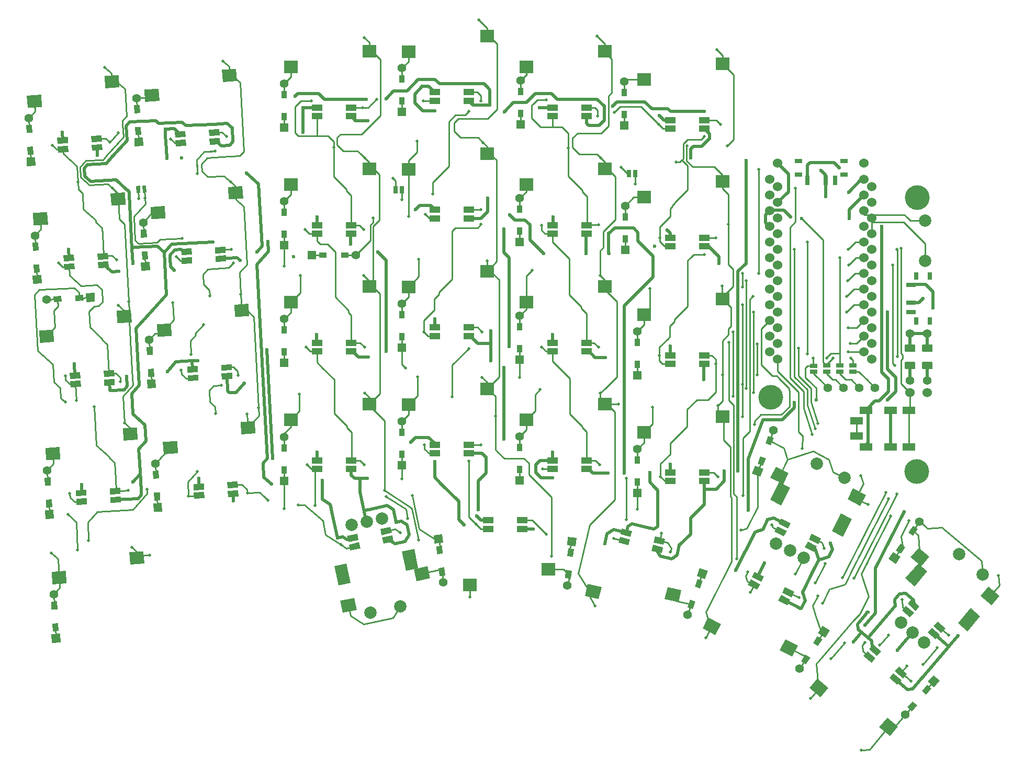
<source format=gbl>
G04 #@! TF.GenerationSoftware,KiCad,Pcbnew,(5.1.12-1-10_14)*
G04 #@! TF.CreationDate,2021-11-28T14:18:10+00:00*
G04 #@! TF.ProjectId,avalanche-hotswap,6176616c-616e-4636-9865-2d686f747377,rev?*
G04 #@! TF.SameCoordinates,Original*
G04 #@! TF.FileFunction,Copper,L2,Bot*
G04 #@! TF.FilePolarity,Positive*
%FSLAX46Y46*%
G04 Gerber Fmt 4.6, Leading zero omitted, Abs format (unit mm)*
G04 Created by KiCad (PCBNEW (5.1.12-1-10_14)) date 2021-11-28 14:18:10*
%MOMM*%
%LPD*%
G01*
G04 APERTURE LIST*
G04 #@! TA.AperFunction,SMDPad,CuDef*
%ADD10C,0.100000*%
G04 #@! TD*
G04 #@! TA.AperFunction,ComponentPad*
%ADD11C,1.397000*%
G04 #@! TD*
G04 #@! TA.AperFunction,ComponentPad*
%ADD12C,0.100000*%
G04 #@! TD*
G04 #@! TA.AperFunction,SMDPad,CuDef*
%ADD13R,2.300000X2.000000*%
G04 #@! TD*
G04 #@! TA.AperFunction,SMDPad,CuDef*
%ADD14R,1.143000X0.635000*%
G04 #@! TD*
G04 #@! TA.AperFunction,SMDPad,CuDef*
%ADD15R,1.700000X1.000000*%
G04 #@! TD*
G04 #@! TA.AperFunction,ComponentPad*
%ADD16C,4.000000*%
G04 #@! TD*
G04 #@! TA.AperFunction,ComponentPad*
%ADD17C,1.524000*%
G04 #@! TD*
G04 #@! TA.AperFunction,SMDPad,CuDef*
%ADD18R,0.800000X1.200000*%
G04 #@! TD*
G04 #@! TA.AperFunction,SMDPad,CuDef*
%ADD19R,1.500000X0.800000*%
G04 #@! TD*
G04 #@! TA.AperFunction,SMDPad,CuDef*
%ADD20R,1.200000X0.800000*%
G04 #@! TD*
G04 #@! TA.AperFunction,SMDPad,CuDef*
%ADD21R,0.800000X1.500000*%
G04 #@! TD*
G04 #@! TA.AperFunction,ComponentPad*
%ADD22C,2.000000*%
G04 #@! TD*
G04 #@! TA.AperFunction,ComponentPad*
%ADD23R,1.397000X1.397000*%
G04 #@! TD*
G04 #@! TA.AperFunction,SMDPad,CuDef*
%ADD24R,0.950000X1.300000*%
G04 #@! TD*
G04 #@! TA.AperFunction,SMDPad,CuDef*
%ADD25R,1.300000X0.950000*%
G04 #@! TD*
G04 #@! TA.AperFunction,SMDPad,CuDef*
%ADD26R,0.635000X1.143000*%
G04 #@! TD*
G04 #@! TA.AperFunction,ComponentPad*
%ADD27C,0.800000*%
G04 #@! TD*
G04 #@! TA.AperFunction,ComponentPad*
%ADD28R,2.100000X1.200000*%
G04 #@! TD*
G04 #@! TA.AperFunction,ViaPad*
%ADD29C,0.500000*%
G04 #@! TD*
G04 #@! TA.AperFunction,ViaPad*
%ADD30C,0.600000*%
G04 #@! TD*
G04 #@! TA.AperFunction,Conductor*
%ADD31C,0.500000*%
G04 #@! TD*
G04 #@! TA.AperFunction,Conductor*
%ADD32C,0.250000*%
G04 #@! TD*
G04 APERTURE END LIST*
G04 #@! TA.AperFunction,SMDPad,CuDef*
D10*
G36*
X85256809Y-117000923D02*
G01*
X85361481Y-118998182D01*
X83064633Y-119118555D01*
X82959961Y-117121296D01*
X85256809Y-117000923D01*
G37*
G04 #@! TD.AperFunction*
G04 #@! TA.AperFunction,SMDPad,CuDef*
G36*
X97806471Y-113799738D02*
G01*
X97911143Y-115796997D01*
X95614295Y-115917370D01*
X95509623Y-113920111D01*
X97806471Y-113799738D01*
G37*
G04 #@! TD.AperFunction*
D11*
X83252371Y-120791070D03*
G04 #@! TA.AperFunction,ComponentPad*
D12*
G36*
X84358056Y-128542326D02*
G01*
X82962971Y-128615439D01*
X82889858Y-127220354D01*
X84284943Y-127147241D01*
X84358056Y-128542326D01*
G37*
G04 #@! TD.AperFunction*
G04 #@! TA.AperFunction,SMDPad,CuDef*
D10*
G36*
X84039427Y-126733022D02*
G01*
X83090729Y-126782741D01*
X83022693Y-125484522D01*
X83971391Y-125434803D01*
X84039427Y-126733022D01*
G37*
G04 #@! TD.AperFunction*
G04 #@! TA.AperFunction,SMDPad,CuDef*
G36*
X83853635Y-123187888D02*
G01*
X82904937Y-123237607D01*
X82836901Y-121939388D01*
X83785599Y-121889669D01*
X83853635Y-123187888D01*
G37*
G04 #@! TD.AperFunction*
D13*
X178761031Y-37356300D03*
X191461031Y-34816300D03*
X121611050Y-92506290D03*
X134311050Y-89966290D03*
D14*
X212603606Y-84724538D03*
X212603606Y-83723778D03*
X210463606Y-84724536D03*
X210463606Y-83723776D03*
X208323610Y-84724522D03*
X208323610Y-83723762D03*
X206183610Y-84732152D03*
X206183610Y-83731392D03*
D11*
X208483603Y-87292151D03*
X211023603Y-87292151D03*
X213563603Y-87292151D03*
X216103603Y-87292151D03*
D15*
X150411038Y-96536262D03*
X144911038Y-96536262D03*
X150411038Y-97936262D03*
X144911038Y-97936262D03*
D13*
X159711031Y-73456268D03*
X172411031Y-70916268D03*
G04 #@! TA.AperFunction,SMDPad,CuDef*
D10*
G36*
X104981273Y-86258673D02*
G01*
X104928937Y-85260044D01*
X106626607Y-85171073D01*
X106678943Y-86169702D01*
X104981273Y-86258673D01*
G37*
G04 #@! TD.AperFunction*
G04 #@! TA.AperFunction,SMDPad,CuDef*
G36*
X110473735Y-85970825D02*
G01*
X110421399Y-84972196D01*
X112119069Y-84883225D01*
X112171405Y-85881854D01*
X110473735Y-85970825D01*
G37*
G04 #@! TD.AperFunction*
G04 #@! TA.AperFunction,SMDPad,CuDef*
G36*
X104908003Y-84860591D02*
G01*
X104855667Y-83861962D01*
X106553337Y-83772991D01*
X106605673Y-84771620D01*
X104908003Y-84860591D01*
G37*
G04 #@! TD.AperFunction*
G04 #@! TA.AperFunction,SMDPad,CuDef*
G36*
X110400465Y-84572743D02*
G01*
X110348129Y-83574114D01*
X112045799Y-83485143D01*
X112098135Y-84483772D01*
X110400465Y-84572743D01*
G37*
G04 #@! TD.AperFunction*
G04 #@! TA.AperFunction,SMDPad,CuDef*
G36*
X205433245Y-111867724D02*
G01*
X205887236Y-110976718D01*
X207401947Y-111748502D01*
X206947956Y-112639508D01*
X205433245Y-111867724D01*
G37*
G04 #@! TD.AperFunction*
G04 #@! TA.AperFunction,SMDPad,CuDef*
G36*
X200532709Y-109370777D02*
G01*
X200986700Y-108479771D01*
X202501411Y-109251555D01*
X202047420Y-110142561D01*
X200532709Y-109370777D01*
G37*
G04 #@! TD.AperFunction*
G04 #@! TA.AperFunction,SMDPad,CuDef*
G36*
X204797659Y-113115133D02*
G01*
X205251650Y-112224127D01*
X206766361Y-112995911D01*
X206312370Y-113886917D01*
X204797659Y-113115133D01*
G37*
G04 #@! TD.AperFunction*
G04 #@! TA.AperFunction,SMDPad,CuDef*
G36*
X199897123Y-110618186D02*
G01*
X200351114Y-109727180D01*
X201865825Y-110498964D01*
X201411834Y-111389970D01*
X199897123Y-110618186D01*
G37*
G04 #@! TD.AperFunction*
G04 #@! TA.AperFunction,SMDPad,CuDef*
G36*
X136303632Y-111162002D02*
G01*
X136095721Y-110183854D01*
X137758572Y-109830404D01*
X137966483Y-110808552D01*
X136303632Y-111162002D01*
G37*
G04 #@! TD.AperFunction*
G04 #@! TA.AperFunction,SMDPad,CuDef*
G36*
X130923820Y-112305516D02*
G01*
X130715909Y-111327368D01*
X132378760Y-110973918D01*
X132586671Y-111952066D01*
X130923820Y-112305516D01*
G37*
G04 #@! TD.AperFunction*
G04 #@! TA.AperFunction,SMDPad,CuDef*
G36*
X136594708Y-112531408D02*
G01*
X136386797Y-111553260D01*
X138049648Y-111199810D01*
X138257559Y-112177958D01*
X136594708Y-112531408D01*
G37*
G04 #@! TD.AperFunction*
G04 #@! TA.AperFunction,SMDPad,CuDef*
G36*
X131214896Y-113674922D02*
G01*
X131006985Y-112696774D01*
X132669836Y-112343324D01*
X132877747Y-113321472D01*
X131214896Y-113674922D01*
G37*
G04 #@! TD.AperFunction*
D15*
X188511082Y-62986269D03*
X183011082Y-62986269D03*
X188511082Y-64386269D03*
X183011082Y-64386269D03*
G04 #@! TA.AperFunction,SMDPad,CuDef*
D10*
G36*
X86954390Y-106279555D02*
G01*
X86902054Y-105280926D01*
X88599724Y-105191955D01*
X88652060Y-106190584D01*
X86954390Y-106279555D01*
G37*
G04 #@! TD.AperFunction*
G04 #@! TA.AperFunction,SMDPad,CuDef*
G36*
X92446852Y-105991707D02*
G01*
X92394516Y-104993078D01*
X94092186Y-104904107D01*
X94144522Y-105902736D01*
X92446852Y-105991707D01*
G37*
G04 #@! TD.AperFunction*
G04 #@! TA.AperFunction,SMDPad,CuDef*
G36*
X86881120Y-104881473D02*
G01*
X86828784Y-103882844D01*
X88526454Y-103793873D01*
X88578790Y-104792502D01*
X86881120Y-104881473D01*
G37*
G04 #@! TD.AperFunction*
G04 #@! TA.AperFunction,SMDPad,CuDef*
G36*
X92373582Y-104593625D02*
G01*
X92321246Y-103594996D01*
X94018916Y-103506025D01*
X94071252Y-104504654D01*
X92373582Y-104593625D01*
G37*
G04 #@! TD.AperFunction*
G04 #@! TA.AperFunction,SMDPad,CuDef*
G36*
X85957376Y-87255668D02*
G01*
X85905040Y-86257039D01*
X87602710Y-86168068D01*
X87655046Y-87166697D01*
X85957376Y-87255668D01*
G37*
G04 #@! TD.AperFunction*
G04 #@! TA.AperFunction,SMDPad,CuDef*
G36*
X91449838Y-86967820D02*
G01*
X91397502Y-85969191D01*
X93095172Y-85880220D01*
X93147508Y-86878849D01*
X91449838Y-86967820D01*
G37*
G04 #@! TD.AperFunction*
G04 #@! TA.AperFunction,SMDPad,CuDef*
G36*
X85884106Y-85857586D02*
G01*
X85831770Y-84858957D01*
X87529440Y-84769986D01*
X87581776Y-85768615D01*
X85884106Y-85857586D01*
G37*
G04 #@! TD.AperFunction*
G04 #@! TA.AperFunction,SMDPad,CuDef*
G36*
X91376568Y-85569738D02*
G01*
X91324232Y-84571109D01*
X93021902Y-84482138D01*
X93074238Y-85480767D01*
X91376568Y-85569738D01*
G37*
G04 #@! TD.AperFunction*
G04 #@! TA.AperFunction,SMDPad,CuDef*
G36*
X84960355Y-68231767D02*
G01*
X84908019Y-67233138D01*
X86605689Y-67144167D01*
X86658025Y-68142796D01*
X84960355Y-68231767D01*
G37*
G04 #@! TD.AperFunction*
G04 #@! TA.AperFunction,SMDPad,CuDef*
G36*
X90452817Y-67943919D02*
G01*
X90400481Y-66945290D01*
X92098151Y-66856319D01*
X92150487Y-67854948D01*
X90452817Y-67943919D01*
G37*
G04 #@! TD.AperFunction*
G04 #@! TA.AperFunction,SMDPad,CuDef*
G36*
X84887085Y-66833685D02*
G01*
X84834749Y-65835056D01*
X86532419Y-65746085D01*
X86584755Y-66744714D01*
X84887085Y-66833685D01*
G37*
G04 #@! TD.AperFunction*
G04 #@! TA.AperFunction,SMDPad,CuDef*
G36*
X90379547Y-66545837D02*
G01*
X90327211Y-65547208D01*
X92024881Y-65458237D01*
X92077217Y-66456866D01*
X90379547Y-66545837D01*
G37*
G04 #@! TD.AperFunction*
G04 #@! TA.AperFunction,SMDPad,CuDef*
G36*
X83963402Y-49207882D02*
G01*
X83911066Y-48209253D01*
X85608736Y-48120282D01*
X85661072Y-49118911D01*
X83963402Y-49207882D01*
G37*
G04 #@! TD.AperFunction*
G04 #@! TA.AperFunction,SMDPad,CuDef*
G36*
X89455864Y-48920034D02*
G01*
X89403528Y-47921405D01*
X91101198Y-47832434D01*
X91153534Y-48831063D01*
X89455864Y-48920034D01*
G37*
G04 #@! TD.AperFunction*
G04 #@! TA.AperFunction,SMDPad,CuDef*
G36*
X83890132Y-47809800D02*
G01*
X83837796Y-46811171D01*
X85535466Y-46722200D01*
X85587802Y-47720829D01*
X83890132Y-47809800D01*
G37*
G04 #@! TD.AperFunction*
G04 #@! TA.AperFunction,SMDPad,CuDef*
G36*
X89382594Y-47521952D02*
G01*
X89330258Y-46523323D01*
X91027928Y-46434352D01*
X91080264Y-47432981D01*
X89382594Y-47521952D01*
G37*
G04 #@! TD.AperFunction*
G04 #@! TA.AperFunction,SMDPad,CuDef*
G36*
X102987270Y-48210882D02*
G01*
X102934934Y-47212253D01*
X104632604Y-47123282D01*
X104684940Y-48121911D01*
X102987270Y-48210882D01*
G37*
G04 #@! TD.AperFunction*
G04 #@! TA.AperFunction,SMDPad,CuDef*
G36*
X108479732Y-47923034D02*
G01*
X108427396Y-46924405D01*
X110125066Y-46835434D01*
X110177402Y-47834063D01*
X108479732Y-47923034D01*
G37*
G04 #@! TD.AperFunction*
G04 #@! TA.AperFunction,SMDPad,CuDef*
G36*
X102914000Y-46812800D02*
G01*
X102861664Y-45814171D01*
X104559334Y-45725200D01*
X104611670Y-46723829D01*
X102914000Y-46812800D01*
G37*
G04 #@! TD.AperFunction*
G04 #@! TA.AperFunction,SMDPad,CuDef*
G36*
X108406462Y-46524952D02*
G01*
X108354126Y-45526323D01*
X110051796Y-45437352D01*
X110104132Y-46435981D01*
X108406462Y-46524952D01*
G37*
G04 #@! TD.AperFunction*
G04 #@! TA.AperFunction,SMDPad,CuDef*
G36*
X103984272Y-67234752D02*
G01*
X103931936Y-66236123D01*
X105629606Y-66147152D01*
X105681942Y-67145781D01*
X103984272Y-67234752D01*
G37*
G04 #@! TD.AperFunction*
G04 #@! TA.AperFunction,SMDPad,CuDef*
G36*
X109476734Y-66946904D02*
G01*
X109424398Y-65948275D01*
X111122068Y-65859304D01*
X111174404Y-66857933D01*
X109476734Y-66946904D01*
G37*
G04 #@! TD.AperFunction*
G04 #@! TA.AperFunction,SMDPad,CuDef*
G36*
X103911002Y-65836670D02*
G01*
X103858666Y-64838041D01*
X105556336Y-64749070D01*
X105608672Y-65747699D01*
X103911002Y-65836670D01*
G37*
G04 #@! TD.AperFunction*
G04 #@! TA.AperFunction,SMDPad,CuDef*
G36*
X109403464Y-65548822D02*
G01*
X109351128Y-64550193D01*
X111048798Y-64461222D01*
X111101134Y-65459851D01*
X109403464Y-65548822D01*
G37*
G04 #@! TD.AperFunction*
G04 #@! TA.AperFunction,SMDPad,CuDef*
G36*
X105978291Y-105282579D02*
G01*
X105925955Y-104283950D01*
X107623625Y-104194979D01*
X107675961Y-105193608D01*
X105978291Y-105282579D01*
G37*
G04 #@! TD.AperFunction*
G04 #@! TA.AperFunction,SMDPad,CuDef*
G36*
X111470753Y-104994731D02*
G01*
X111418417Y-103996102D01*
X113116087Y-103907131D01*
X113168423Y-104905760D01*
X111470753Y-104994731D01*
G37*
G04 #@! TD.AperFunction*
G04 #@! TA.AperFunction,SMDPad,CuDef*
G36*
X105905021Y-103884497D02*
G01*
X105852685Y-102885868D01*
X107550355Y-102796897D01*
X107602691Y-103795526D01*
X105905021Y-103884497D01*
G37*
G04 #@! TD.AperFunction*
G04 #@! TA.AperFunction,SMDPad,CuDef*
G36*
X111397483Y-103596649D02*
G01*
X111345147Y-102598020D01*
X113042817Y-102509049D01*
X113095153Y-103507678D01*
X111397483Y-103596649D01*
G37*
G04 #@! TD.AperFunction*
D15*
X131361054Y-99086308D03*
X125861054Y-99086308D03*
X131361054Y-100486308D03*
X125861054Y-100486308D03*
X131361043Y-80036295D03*
X125861043Y-80036295D03*
X131361043Y-81436295D03*
X125861043Y-81436295D03*
X131361052Y-60986263D03*
X125861052Y-60986263D03*
X131361052Y-62386263D03*
X125861052Y-62386263D03*
X131361061Y-41936299D03*
X125861061Y-41936299D03*
X131361061Y-43336299D03*
X125861061Y-43336299D03*
X150411066Y-39436298D03*
X144911066Y-39436298D03*
X150411066Y-40836298D03*
X144911066Y-40836298D03*
X150411027Y-58486293D03*
X144911027Y-58486293D03*
X150411027Y-59886293D03*
X144911027Y-59886293D03*
X150411055Y-77536290D03*
X144911055Y-77536290D03*
X150411055Y-78936290D03*
X144911055Y-78936290D03*
X159031421Y-108770563D03*
X153531421Y-108770563D03*
X159031421Y-110170563D03*
X153531421Y-110170563D03*
G04 #@! TA.AperFunction,SMDPad,CuDef*
D10*
G36*
X180304370Y-112345962D02*
G01*
X180537815Y-111373592D01*
X182190844Y-111770450D01*
X181957399Y-112742820D01*
X180304370Y-112345962D01*
G37*
G04 #@! TD.AperFunction*
G04 #@! TA.AperFunction,SMDPad,CuDef*
G36*
X174956335Y-111062012D02*
G01*
X175189780Y-110089642D01*
X176842809Y-110486500D01*
X176609364Y-111458870D01*
X174956335Y-111062012D01*
G37*
G04 #@! TD.AperFunction*
G04 #@! TA.AperFunction,SMDPad,CuDef*
G36*
X179977547Y-113707280D02*
G01*
X180210992Y-112734910D01*
X181864021Y-113131768D01*
X181630576Y-114104138D01*
X179977547Y-113707280D01*
G37*
G04 #@! TD.AperFunction*
G04 #@! TA.AperFunction,SMDPad,CuDef*
G36*
X174629512Y-112423330D02*
G01*
X174862957Y-111450960D01*
X176515986Y-111847818D01*
X176282541Y-112820188D01*
X174629512Y-112423330D01*
G37*
G04 #@! TD.AperFunction*
D15*
X169461087Y-99086269D03*
X163961087Y-99086269D03*
X169461087Y-100486269D03*
X163961087Y-100486269D03*
X169461068Y-80036272D03*
X163961068Y-80036272D03*
X169461068Y-81436272D03*
X163961068Y-81436272D03*
X169461050Y-60986293D03*
X163961050Y-60986293D03*
X169461050Y-62386293D03*
X163961050Y-62386293D03*
X169461054Y-41936280D03*
X163961054Y-41936280D03*
X169461054Y-43336280D03*
X163961054Y-43336280D03*
X188511067Y-43936291D03*
X183011067Y-43936291D03*
X188511067Y-45336291D03*
X183011067Y-45336291D03*
X188511066Y-82036271D03*
X183011066Y-82036271D03*
X188511066Y-83436271D03*
X183011066Y-83436271D03*
G04 #@! TA.AperFunction,SMDPad,CuDef*
D10*
G36*
X225608486Y-125905309D02*
G01*
X226257934Y-125144903D01*
X227550624Y-126248965D01*
X226901176Y-127009371D01*
X225608486Y-125905309D01*
G37*
G04 #@! TD.AperFunction*
G04 #@! TA.AperFunction,SMDPad,CuDef*
G36*
X221426253Y-122333345D02*
G01*
X222075701Y-121572939D01*
X223368391Y-122677001D01*
X222718943Y-123437407D01*
X221426253Y-122333345D01*
G37*
G04 #@! TD.AperFunction*
G04 #@! TA.AperFunction,SMDPad,CuDef*
G36*
X224699259Y-126969877D02*
G01*
X225348707Y-126209471D01*
X226641397Y-127313533D01*
X225991949Y-128073939D01*
X224699259Y-126969877D01*
G37*
G04 #@! TD.AperFunction*
G04 #@! TA.AperFunction,SMDPad,CuDef*
G36*
X220517026Y-123397913D02*
G01*
X221166474Y-122637507D01*
X222459164Y-123741569D01*
X221809716Y-124501975D01*
X220517026Y-123397913D01*
G37*
G04 #@! TD.AperFunction*
G04 #@! TA.AperFunction,SMDPad,CuDef*
G36*
X201116413Y-120496013D02*
G01*
X201570404Y-119605007D01*
X203085115Y-120376791D01*
X202631124Y-121267797D01*
X201116413Y-120496013D01*
G37*
G04 #@! TD.AperFunction*
G04 #@! TA.AperFunction,SMDPad,CuDef*
G36*
X196215877Y-117999066D02*
G01*
X196669868Y-117108060D01*
X198184579Y-117879844D01*
X197730588Y-118770850D01*
X196215877Y-117999066D01*
G37*
G04 #@! TD.AperFunction*
G04 #@! TA.AperFunction,SMDPad,CuDef*
G36*
X200480827Y-121743422D02*
G01*
X200934818Y-120852416D01*
X202449529Y-121624200D01*
X201995538Y-122515206D01*
X200480827Y-121743422D01*
G37*
G04 #@! TD.AperFunction*
G04 #@! TA.AperFunction,SMDPad,CuDef*
G36*
X195580291Y-119246475D02*
G01*
X196034282Y-118355469D01*
X197548993Y-119127253D01*
X197095002Y-120018259D01*
X195580291Y-119246475D01*
G37*
G04 #@! TD.AperFunction*
G04 #@! TA.AperFunction,SMDPad,CuDef*
G36*
X219382521Y-133254522D02*
G01*
X220031969Y-132494116D01*
X221324659Y-133598178D01*
X220675211Y-134358584D01*
X219382521Y-133254522D01*
G37*
G04 #@! TD.AperFunction*
G04 #@! TA.AperFunction,SMDPad,CuDef*
G36*
X215200288Y-129682558D02*
G01*
X215849736Y-128922152D01*
X217142426Y-130026214D01*
X216492978Y-130786620D01*
X215200288Y-129682558D01*
G37*
G04 #@! TD.AperFunction*
G04 #@! TA.AperFunction,SMDPad,CuDef*
G36*
X218473294Y-134319090D02*
G01*
X219122742Y-133558684D01*
X220415432Y-134662746D01*
X219765984Y-135423152D01*
X218473294Y-134319090D01*
G37*
G04 #@! TD.AperFunction*
G04 #@! TA.AperFunction,SMDPad,CuDef*
G36*
X214291061Y-130747126D02*
G01*
X214940509Y-129986720D01*
X216233199Y-131090782D01*
X215583751Y-131851188D01*
X214291061Y-130747126D01*
G37*
G04 #@! TD.AperFunction*
D15*
X188511072Y-101036290D03*
X183011072Y-101036290D03*
X188511072Y-102436290D03*
X183011072Y-102436290D03*
D13*
X159711048Y-92506279D03*
X172411048Y-89966279D03*
G04 #@! TA.AperFunction,SMDPad,CuDef*
D10*
G36*
X112793863Y-35660422D02*
G01*
X112898535Y-37657681D01*
X110601687Y-37778054D01*
X110497015Y-35780795D01*
X112793863Y-35660422D01*
G37*
G04 #@! TD.AperFunction*
G04 #@! TA.AperFunction,SMDPad,CuDef*
G36*
X100244201Y-38861607D02*
G01*
X100348873Y-40858866D01*
X98052025Y-40979239D01*
X97947353Y-38981980D01*
X100244201Y-38861607D01*
G37*
G04 #@! TD.AperFunction*
D16*
X222989608Y-56532159D03*
D17*
X200413428Y-50931537D03*
X214354615Y-50931520D03*
X224622634Y-88094294D03*
X221822605Y-88094276D03*
D18*
X225060992Y-69191514D03*
X222860992Y-69191514D03*
X225060992Y-76511514D03*
X222860992Y-76511514D03*
D19*
X221930992Y-70651514D03*
X221930992Y-73551514D03*
X221930992Y-75071514D03*
D20*
X203780995Y-50541510D03*
X203780995Y-52741510D03*
X211100995Y-50541510D03*
X211100995Y-52741510D03*
D21*
X205240995Y-53671510D03*
X208140995Y-53671510D03*
X209660995Y-53671510D03*
D13*
X178761032Y-94506299D03*
X191461032Y-91966299D03*
X153361046Y-87458793D03*
X140661046Y-89998793D03*
G04 #@! TA.AperFunction,SMDPad,CuDef*
D10*
G36*
X216848826Y-142243602D02*
G01*
X218147722Y-140722790D01*
X219896656Y-142216520D01*
X218597760Y-143737332D01*
X216848826Y-142243602D01*
G37*
G04 #@! TD.AperFunction*
G04 #@! TA.AperFunction,SMDPad,CuDef*
G36*
X205542072Y-135927043D02*
G01*
X206840968Y-134406231D01*
X208589902Y-135899961D01*
X207291006Y-137420773D01*
X205542072Y-135927043D01*
G37*
G04 #@! TD.AperFunction*
D13*
X163272373Y-116740398D03*
X150572373Y-119280398D03*
G04 #@! TA.AperFunction,SMDPad,CuDef*
D10*
G36*
X224974073Y-114714875D02*
G01*
X223675177Y-116235687D01*
X221926243Y-114741957D01*
X223225139Y-113221145D01*
X224974073Y-114714875D01*
G37*
G04 #@! TD.AperFunction*
G04 #@! TA.AperFunction,SMDPad,CuDef*
G36*
X236280827Y-121031434D02*
G01*
X234981931Y-122552246D01*
X233232997Y-121058516D01*
X234531893Y-119537704D01*
X236280827Y-121031434D01*
G37*
G04 #@! TD.AperFunction*
D22*
X233544575Y-117537178D03*
X229742545Y-114289938D03*
G04 #@! TA.AperFunction,ComponentPad*
D12*
G36*
X231076986Y-126739407D02*
G01*
X229556174Y-125440510D01*
X231634408Y-123007211D01*
X233155220Y-124306108D01*
X231076986Y-126739407D01*
G37*
G04 #@! TD.AperFunction*
G04 #@! TA.AperFunction,ComponentPad*
G36*
X222560440Y-119465589D02*
G01*
X221039628Y-118166692D01*
X223117862Y-115733393D01*
X224638674Y-117032290D01*
X222560440Y-119465589D01*
G37*
G04 #@! TD.AperFunction*
D22*
X224127579Y-128563065D03*
X222226564Y-126939445D03*
X220325549Y-125315825D03*
D11*
X223330321Y-109009126D03*
G04 #@! TA.AperFunction,ComponentPad*
D12*
G36*
X219488854Y-115831709D02*
G01*
X218337550Y-115040439D01*
X219128820Y-113889135D01*
X220280124Y-114680405D01*
X219488854Y-115831709D01*
G37*
G04 #@! TD.AperFunction*
G04 #@! TA.AperFunction,SMDPad,CuDef*
D10*
G36*
X220337504Y-114202323D02*
G01*
X219554584Y-113664237D01*
X220290912Y-112592873D01*
X221073832Y-113130959D01*
X220337504Y-114202323D01*
G37*
G04 #@! TD.AperFunction*
G04 #@! TA.AperFunction,SMDPad,CuDef*
G36*
X222348246Y-111276675D02*
G01*
X221565326Y-110738589D01*
X222301654Y-109667225D01*
X223084574Y-110205311D01*
X222348246Y-111276675D01*
G37*
G04 #@! TD.AperFunction*
G04 #@! TA.AperFunction,SMDPad,CuDef*
G36*
X141932920Y-118640015D02*
G01*
X141517097Y-116683720D01*
X143766836Y-116205523D01*
X144182659Y-118161818D01*
X141932920Y-118640015D01*
G37*
G04 #@! TD.AperFunction*
G04 #@! TA.AperFunction,SMDPad,CuDef*
G36*
X130038542Y-123764988D02*
G01*
X129622719Y-121808693D01*
X131872458Y-121330496D01*
X132288281Y-123286791D01*
X130038542Y-123764988D01*
G37*
G04 #@! TD.AperFunction*
G04 #@! TA.AperFunction,SMDPad,CuDef*
G36*
X145515575Y-116500504D02*
G01*
X146460370Y-116401202D01*
X146596257Y-117694080D01*
X145651462Y-117793382D01*
X145515575Y-116500504D01*
G37*
G04 #@! TD.AperFunction*
G04 #@! TA.AperFunction,SMDPad,CuDef*
G36*
X145144499Y-112969952D02*
G01*
X146089294Y-112870650D01*
X146225181Y-114163528D01*
X145280386Y-114262830D01*
X145144499Y-112969952D01*
G37*
G04 #@! TD.AperFunction*
G04 #@! TA.AperFunction,ComponentPad*
D12*
G36*
X144731615Y-111179803D02*
G01*
X146120962Y-111033776D01*
X146266989Y-112423123D01*
X144877642Y-112569150D01*
X144731615Y-111179803D01*
G37*
G04 #@! TD.AperFunction*
D11*
X146241454Y-118862569D03*
G04 #@! TA.AperFunction,SMDPad,CuDef*
D10*
G36*
X200721221Y-129816200D02*
G01*
X201629202Y-128034187D01*
X203678517Y-129078366D01*
X202770536Y-130860379D01*
X200721221Y-129816200D01*
G37*
G04 #@! TD.AperFunction*
G04 #@! TA.AperFunction,SMDPad,CuDef*
G36*
X188252302Y-126313678D02*
G01*
X189160283Y-124531665D01*
X191209598Y-125575844D01*
X190301617Y-127357857D01*
X188252302Y-126313678D01*
G37*
G04 #@! TD.AperFunction*
G04 #@! TA.AperFunction,SMDPad,CuDef*
G36*
X182136406Y-121506718D02*
G01*
X182603297Y-119561978D01*
X184839748Y-120098902D01*
X184372857Y-122043642D01*
X182136406Y-121506718D01*
G37*
G04 #@! TD.AperFunction*
G04 #@! TA.AperFunction,SMDPad,CuDef*
G36*
X169194357Y-121011781D02*
G01*
X169661248Y-119067041D01*
X171897699Y-119603965D01*
X171430808Y-121548705D01*
X169194357Y-121011781D01*
G37*
G04 #@! TD.AperFunction*
G04 #@! TA.AperFunction,SMDPad,CuDef*
G36*
X94766966Y-55681328D02*
G01*
X94871638Y-57678587D01*
X92574790Y-57798960D01*
X92470118Y-55801701D01*
X94766966Y-55681328D01*
G37*
G04 #@! TD.AperFunction*
G04 #@! TA.AperFunction,SMDPad,CuDef*
G36*
X82217304Y-58882513D02*
G01*
X82321976Y-60879772D01*
X80025128Y-61000145D01*
X79920456Y-59002886D01*
X82217304Y-58882513D01*
G37*
G04 #@! TD.AperFunction*
G04 #@! TA.AperFunction,SMDPad,CuDef*
G36*
X114787875Y-73708225D02*
G01*
X114892547Y-75705484D01*
X112595699Y-75825857D01*
X112491027Y-73828598D01*
X114787875Y-73708225D01*
G37*
G04 #@! TD.AperFunction*
G04 #@! TA.AperFunction,SMDPad,CuDef*
G36*
X102238213Y-76909410D02*
G01*
X102342885Y-78906669D01*
X100046037Y-79027042D01*
X99941365Y-77029783D01*
X102238213Y-76909410D01*
G37*
G04 #@! TD.AperFunction*
D11*
X221039931Y-140254194D03*
G04 #@! TA.AperFunction,ComponentPad*
D12*
G36*
X225573509Y-133870529D02*
G01*
X226635796Y-134777808D01*
X225728517Y-135840095D01*
X224666230Y-134932816D01*
X225573509Y-133870529D01*
G37*
G04 #@! TD.AperFunction*
G04 #@! TA.AperFunction,SMDPad,CuDef*
D10*
G36*
X224559190Y-135402280D02*
G01*
X225281576Y-136019256D01*
X224437294Y-137007784D01*
X223714908Y-136390808D01*
X224559190Y-135402280D01*
G37*
G04 #@! TD.AperFunction*
G04 #@! TA.AperFunction,SMDPad,CuDef*
G36*
X222253650Y-138101722D02*
G01*
X222976036Y-138718698D01*
X222131754Y-139707226D01*
X221409368Y-139090250D01*
X222253650Y-138101722D01*
G37*
G04 #@! TD.AperFunction*
D11*
X203980748Y-132784014D03*
G04 #@! TA.AperFunction,ComponentPad*
D12*
G36*
X207642305Y-125863210D02*
G01*
X208813928Y-126624071D01*
X208053067Y-127795694D01*
X206881444Y-127034833D01*
X207642305Y-125863210D01*
G37*
G04 #@! TD.AperFunction*
G04 #@! TA.AperFunction,SMDPad,CuDef*
D10*
G36*
X206836598Y-127514254D02*
G01*
X207633335Y-128031661D01*
X206925304Y-129121932D01*
X206128567Y-128604525D01*
X206836598Y-127514254D01*
G37*
G04 #@! TD.AperFunction*
G04 #@! TA.AperFunction,SMDPad,CuDef*
G36*
X204903130Y-130491534D02*
G01*
X205699867Y-131008941D01*
X204991836Y-132099212D01*
X204195099Y-131581805D01*
X204903130Y-130491534D01*
G37*
G04 #@! TD.AperFunction*
D11*
X185860734Y-124079191D03*
G04 #@! TA.AperFunction,ComponentPad*
D12*
G36*
X187805491Y-116494838D02*
G01*
X189122361Y-116961166D01*
X188656033Y-118278036D01*
X187339163Y-117811708D01*
X187805491Y-116494838D01*
G37*
G04 #@! TD.AperFunction*
G04 #@! TA.AperFunction,SMDPad,CuDef*
D10*
G36*
X187407475Y-118288350D02*
G01*
X188302984Y-118605466D01*
X187869035Y-119830900D01*
X186973526Y-119513784D01*
X187407475Y-118288350D01*
G37*
G04 #@! TD.AperFunction*
G04 #@! TA.AperFunction,SMDPad,CuDef*
G36*
X186222461Y-121634728D02*
G01*
X187117970Y-121951844D01*
X186684021Y-123177278D01*
X185788512Y-122860162D01*
X186222461Y-121634728D01*
G37*
G04 #@! TD.AperFunction*
D11*
X166351442Y-119288848D03*
G04 #@! TA.AperFunction,ComponentPad*
D12*
G36*
X166471934Y-111460055D02*
G01*
X167861281Y-111606082D01*
X167715254Y-112995429D01*
X166325907Y-112849402D01*
X166471934Y-111460055D01*
G37*
G04 #@! TD.AperFunction*
G04 #@! TA.AperFunction,SMDPad,CuDef*
D10*
G36*
X166503602Y-113296929D02*
G01*
X167448397Y-113396231D01*
X167312510Y-114689109D01*
X166367715Y-114589807D01*
X166503602Y-113296929D01*
G37*
G04 #@! TD.AperFunction*
G04 #@! TA.AperFunction,SMDPad,CuDef*
G36*
X166132526Y-116827481D02*
G01*
X167077321Y-116926783D01*
X166941434Y-118219661D01*
X165996639Y-118120359D01*
X166132526Y-116827481D01*
G37*
G04 #@! TD.AperFunction*
D11*
X199721753Y-94216645D03*
G04 #@! TA.AperFunction,ComponentPad*
D12*
G36*
X197579127Y-101747493D02*
G01*
X196274915Y-101246853D01*
X196775555Y-99942641D01*
X198079767Y-100443281D01*
X197579127Y-101747493D01*
G37*
G04 #@! TD.AperFunction*
G04 #@! TA.AperFunction,SMDPad,CuDef*
D10*
G36*
X198023956Y-99965013D02*
G01*
X197137054Y-99624564D01*
X197602932Y-98410909D01*
X198489834Y-98751358D01*
X198023956Y-99965013D01*
G37*
G04 #@! TD.AperFunction*
G04 #@! TA.AperFunction,SMDPad,CuDef*
G36*
X199296162Y-96650803D02*
G01*
X198409260Y-96310354D01*
X198875138Y-95096699D01*
X199762040Y-95437148D01*
X199296162Y-96650803D01*
G37*
G04 #@! TD.AperFunction*
D11*
X177711059Y-97236295D03*
D23*
X177711059Y-104336295D03*
D24*
X177711059Y-102561295D03*
X177711059Y-99011295D03*
D11*
X158661057Y-95186253D03*
D23*
X158661057Y-102286253D03*
D24*
X158661057Y-100511253D03*
X158661057Y-96961253D03*
D11*
X139611030Y-92736290D03*
D23*
X139611030Y-99836290D03*
D24*
X139611030Y-98061290D03*
X139611030Y-94511290D03*
D11*
X120561055Y-95286258D03*
D23*
X120561055Y-102386258D03*
D24*
X120561055Y-100611258D03*
X120561055Y-97061258D03*
G04 #@! TA.AperFunction,SMDPad,CuDef*
D10*
G36*
X100323716Y-101999004D02*
G01*
X99375018Y-102048723D01*
X99306982Y-100750504D01*
X100255680Y-100700785D01*
X100323716Y-101999004D01*
G37*
G04 #@! TD.AperFunction*
G04 #@! TA.AperFunction,SMDPad,CuDef*
G36*
X100509508Y-105544138D02*
G01*
X99560810Y-105593857D01*
X99492774Y-104295638D01*
X100441472Y-104245919D01*
X100509508Y-105544138D01*
G37*
G04 #@! TD.AperFunction*
G04 #@! TA.AperFunction,ComponentPad*
D12*
G36*
X100828137Y-107353442D02*
G01*
X99433052Y-107426555D01*
X99359939Y-106031470D01*
X100755024Y-105958357D01*
X100828137Y-107353442D01*
G37*
G04 #@! TD.AperFunction*
D11*
X99722452Y-99602186D03*
G04 #@! TA.AperFunction,SMDPad,CuDef*
D10*
G36*
X82808191Y-103117220D02*
G01*
X81859493Y-103166939D01*
X81791457Y-101868720D01*
X82740155Y-101819001D01*
X82808191Y-103117220D01*
G37*
G04 #@! TD.AperFunction*
G04 #@! TA.AperFunction,SMDPad,CuDef*
G36*
X82993983Y-106662354D02*
G01*
X82045285Y-106712073D01*
X81977249Y-105413854D01*
X82925947Y-105364135D01*
X82993983Y-106662354D01*
G37*
G04 #@! TD.AperFunction*
G04 #@! TA.AperFunction,ComponentPad*
D12*
G36*
X83312612Y-108471658D02*
G01*
X81917527Y-108544771D01*
X81844414Y-107149686D01*
X83239499Y-107076573D01*
X83312612Y-108471658D01*
G37*
G04 #@! TD.AperFunction*
D11*
X82206927Y-100720402D03*
X177711059Y-78161286D03*
D23*
X177711059Y-85261286D03*
D24*
X177711059Y-83486286D03*
X177711059Y-79936286D03*
D11*
X158661040Y-75636262D03*
D23*
X158661040Y-82736262D03*
D24*
X158661040Y-80961262D03*
X158661040Y-77411262D03*
D11*
X139611048Y-73686270D03*
D23*
X139611048Y-80786270D03*
D24*
X139611048Y-79011270D03*
X139611048Y-75461270D03*
D11*
X120561047Y-76186282D03*
D23*
X120561047Y-83286282D03*
D24*
X120561047Y-81511282D03*
X120561047Y-77961282D03*
G04 #@! TA.AperFunction,SMDPad,CuDef*
D10*
G36*
X99324276Y-81973860D02*
G01*
X98375578Y-82023579D01*
X98307542Y-80725360D01*
X99256240Y-80675641D01*
X99324276Y-81973860D01*
G37*
G04 #@! TD.AperFunction*
G04 #@! TA.AperFunction,SMDPad,CuDef*
G36*
X99510068Y-85518994D02*
G01*
X98561370Y-85568713D01*
X98493334Y-84270494D01*
X99442032Y-84220775D01*
X99510068Y-85518994D01*
G37*
G04 #@! TD.AperFunction*
G04 #@! TA.AperFunction,ComponentPad*
D12*
G36*
X99828697Y-87328298D02*
G01*
X98433612Y-87401411D01*
X98360499Y-86006326D01*
X99755584Y-85933213D01*
X99828697Y-87328298D01*
G37*
G04 #@! TD.AperFunction*
D11*
X98723012Y-79577042D03*
G04 #@! TA.AperFunction,SMDPad,CuDef*
D10*
G36*
X84504780Y-72436358D02*
G01*
X84554499Y-73385056D01*
X83256280Y-73453092D01*
X83206561Y-72504394D01*
X84504780Y-72436358D01*
G37*
G04 #@! TD.AperFunction*
G04 #@! TA.AperFunction,SMDPad,CuDef*
G36*
X88049914Y-72250566D02*
G01*
X88099633Y-73199264D01*
X86801414Y-73267300D01*
X86751695Y-72318602D01*
X88049914Y-72250566D01*
G37*
G04 #@! TD.AperFunction*
G04 #@! TA.AperFunction,ComponentPad*
D12*
G36*
X89859218Y-71931937D02*
G01*
X89932331Y-73327022D01*
X88537246Y-73400135D01*
X88464133Y-72005050D01*
X89859218Y-71931937D01*
G37*
G04 #@! TD.AperFunction*
D11*
X82107962Y-73037622D03*
X175711066Y-57836268D03*
D23*
X175711066Y-64936268D03*
D24*
X175711066Y-63161268D03*
X175711066Y-59611268D03*
D11*
X158661041Y-56586284D03*
D23*
X158661041Y-63686284D03*
D24*
X158661041Y-61911284D03*
X158661041Y-58361284D03*
D11*
X132161043Y-65786277D03*
D23*
X125061043Y-65786277D03*
D25*
X126836043Y-65786277D03*
X130386043Y-65786277D03*
D11*
X120561054Y-57086303D03*
D23*
X120561054Y-64186303D03*
D24*
X120561054Y-62411303D03*
X120561054Y-58861303D03*
G04 #@! TA.AperFunction,SMDPad,CuDef*
D10*
G36*
X98327294Y-62949975D02*
G01*
X97378596Y-62999694D01*
X97310560Y-61701475D01*
X98259258Y-61651756D01*
X98327294Y-62949975D01*
G37*
G04 #@! TD.AperFunction*
G04 #@! TA.AperFunction,SMDPad,CuDef*
G36*
X98513086Y-66495109D02*
G01*
X97564388Y-66544828D01*
X97496352Y-65246609D01*
X98445050Y-65196890D01*
X98513086Y-66495109D01*
G37*
G04 #@! TD.AperFunction*
G04 #@! TA.AperFunction,ComponentPad*
D12*
G36*
X98831715Y-68304413D02*
G01*
X97436630Y-68377526D01*
X97363517Y-66982441D01*
X98758602Y-66909328D01*
X98831715Y-68304413D01*
G37*
G04 #@! TD.AperFunction*
D11*
X97726030Y-60553157D03*
G04 #@! TA.AperFunction,SMDPad,CuDef*
D10*
G36*
X80814204Y-65069421D02*
G01*
X79865506Y-65119140D01*
X79797470Y-63820921D01*
X80746168Y-63771202D01*
X80814204Y-65069421D01*
G37*
G04 #@! TD.AperFunction*
G04 #@! TA.AperFunction,SMDPad,CuDef*
G36*
X80999996Y-68614555D02*
G01*
X80051298Y-68664274D01*
X79983262Y-67366055D01*
X80931960Y-67316336D01*
X80999996Y-68614555D01*
G37*
G04 #@! TD.AperFunction*
G04 #@! TA.AperFunction,ComponentPad*
D12*
G36*
X81318625Y-70423859D02*
G01*
X79923540Y-70496972D01*
X79850427Y-69101887D01*
X81245512Y-69028774D01*
X81318625Y-70423859D01*
G37*
G04 #@! TD.AperFunction*
D11*
X80212940Y-62672603D03*
X175591057Y-37696260D03*
D23*
X175591057Y-44796260D03*
D24*
X175591057Y-43021260D03*
X175591057Y-39471260D03*
D11*
X158781066Y-37536283D03*
D23*
X158781066Y-44636283D03*
D24*
X158781066Y-42861283D03*
X158781066Y-39311283D03*
D11*
X139611020Y-35536284D03*
D23*
X139611020Y-42636284D03*
D24*
X139611020Y-40861284D03*
X139611020Y-37311284D03*
D11*
X120561040Y-38036264D03*
D23*
X120561040Y-45136264D03*
D24*
X120561040Y-43361264D03*
X120561040Y-39811264D03*
G04 #@! TA.AperFunction,SMDPad,CuDef*
D10*
G36*
X97250604Y-42788682D02*
G01*
X96301906Y-42838401D01*
X96233870Y-41540182D01*
X97182568Y-41490463D01*
X97250604Y-42788682D01*
G37*
G04 #@! TD.AperFunction*
G04 #@! TA.AperFunction,SMDPad,CuDef*
G36*
X97436396Y-46333816D02*
G01*
X96487698Y-46383535D01*
X96419662Y-45085316D01*
X97368360Y-45035597D01*
X97436396Y-46333816D01*
G37*
G04 #@! TD.AperFunction*
G04 #@! TA.AperFunction,ComponentPad*
D12*
G36*
X97755025Y-48143120D02*
G01*
X96359940Y-48216233D01*
X96286827Y-46821148D01*
X97681912Y-46748035D01*
X97755025Y-48143120D01*
G37*
G04 #@! TD.AperFunction*
D11*
X96649340Y-40391864D03*
G04 #@! TA.AperFunction,SMDPad,CuDef*
D10*
G36*
X79814596Y-45995633D02*
G01*
X78865898Y-46045352D01*
X78797862Y-44747133D01*
X79746560Y-44697414D01*
X79814596Y-45995633D01*
G37*
G04 #@! TD.AperFunction*
G04 #@! TA.AperFunction,SMDPad,CuDef*
G36*
X80000388Y-49540767D02*
G01*
X79051690Y-49590486D01*
X78983654Y-48292267D01*
X79932352Y-48242548D01*
X80000388Y-49540767D01*
G37*
G04 #@! TD.AperFunction*
G04 #@! TA.AperFunction,ComponentPad*
D12*
G36*
X80319017Y-51350071D02*
G01*
X78923932Y-51423184D01*
X78850819Y-50028099D01*
X80245904Y-49954986D01*
X80319017Y-51350071D01*
G37*
G04 #@! TD.AperFunction*
D11*
X79213332Y-43598815D03*
G04 #@! TA.AperFunction,SMDPad,CuDef*
D10*
G36*
X96656163Y-55774108D02*
G01*
X96596343Y-54632675D01*
X97230473Y-54599442D01*
X97290293Y-55740875D01*
X96656163Y-55774108D01*
G37*
G04 #@! TD.AperFunction*
G04 #@! TA.AperFunction,SMDPad,CuDef*
G36*
X97655551Y-55721732D02*
G01*
X97595731Y-54580299D01*
X98229861Y-54547066D01*
X98289681Y-55688499D01*
X97655551Y-55721732D01*
G37*
G04 #@! TD.AperFunction*
D26*
X139561033Y-55236288D03*
X138560273Y-55236288D03*
X177311418Y-52636296D03*
X176310658Y-52636296D03*
G04 #@! TA.AperFunction,SMDPad,CuDef*
D10*
G36*
X95763970Y-74705223D02*
G01*
X95868642Y-76702482D01*
X93571794Y-76822855D01*
X93467122Y-74825596D01*
X95763970Y-74705223D01*
G37*
G04 #@! TD.AperFunction*
G04 #@! TA.AperFunction,SMDPad,CuDef*
G36*
X83214308Y-77906408D02*
G01*
X83318980Y-79903667D01*
X81022132Y-80024040D01*
X80917460Y-78026781D01*
X83214308Y-77906408D01*
G37*
G04 #@! TD.AperFunction*
G04 #@! TA.AperFunction,SMDPad,CuDef*
G36*
X113790877Y-54684330D02*
G01*
X113895549Y-56681589D01*
X111598701Y-56801962D01*
X111494029Y-54804703D01*
X113790877Y-54684330D01*
G37*
G04 #@! TD.AperFunction*
G04 #@! TA.AperFunction,SMDPad,CuDef*
G36*
X101241215Y-57885515D02*
G01*
X101345887Y-59882774D01*
X99049039Y-60003147D01*
X98944367Y-58005888D01*
X101241215Y-57885515D01*
G37*
G04 #@! TD.AperFunction*
D13*
X121611042Y-73456298D03*
X134311042Y-70916298D03*
X178761055Y-75456295D03*
X191461055Y-72916295D03*
G04 #@! TA.AperFunction,SMDPad,CuDef*
D10*
G36*
X96760956Y-93729105D02*
G01*
X96865628Y-95726364D01*
X94568780Y-95846737D01*
X94464108Y-93849478D01*
X96760956Y-93729105D01*
G37*
G04 #@! TD.AperFunction*
G04 #@! TA.AperFunction,SMDPad,CuDef*
G36*
X84211294Y-96930290D02*
G01*
X84315966Y-98927549D01*
X82019118Y-99047922D01*
X81914446Y-97050663D01*
X84211294Y-96930290D01*
G37*
G04 #@! TD.AperFunction*
D13*
X140661028Y-70956305D03*
X153361028Y-68416305D03*
D11*
X221807623Y-78484297D03*
X221807623Y-86104297D03*
G04 #@! TA.AperFunction,SMDPad,CuDef*
G36*
G01*
X222432623Y-84319297D02*
X221182623Y-84319297D01*
G75*
G02*
X220932623Y-84069297I0J250000D01*
G01*
X220932623Y-83319297D01*
G75*
G02*
X221182623Y-83069297I250000J0D01*
G01*
X222432623Y-83069297D01*
G75*
G02*
X222682623Y-83319297I0J-250000D01*
G01*
X222682623Y-84069297D01*
G75*
G02*
X222432623Y-84319297I-250000J0D01*
G01*
G37*
G04 #@! TD.AperFunction*
G04 #@! TA.AperFunction,SMDPad,CuDef*
G36*
G01*
X222432623Y-81519297D02*
X221182623Y-81519297D01*
G75*
G02*
X220932623Y-81269297I0J250000D01*
G01*
X220932623Y-80519297D01*
G75*
G02*
X221182623Y-80269297I250000J0D01*
G01*
X222432623Y-80269297D01*
G75*
G02*
X222682623Y-80519297I0J-250000D01*
G01*
X222682623Y-81269297D01*
G75*
G02*
X222432623Y-81519297I-250000J0D01*
G01*
G37*
G04 #@! TD.AperFunction*
D27*
X221807623Y-83694297D03*
X221807623Y-80894297D03*
D11*
X224607675Y-86104263D03*
X224607675Y-78484263D03*
G04 #@! TA.AperFunction,SMDPad,CuDef*
G36*
G01*
X223982675Y-80269263D02*
X225232675Y-80269263D01*
G75*
G02*
X225482675Y-80519263I0J-250000D01*
G01*
X225482675Y-81269263D01*
G75*
G02*
X225232675Y-81519263I-250000J0D01*
G01*
X223982675Y-81519263D01*
G75*
G02*
X223732675Y-81269263I0J250000D01*
G01*
X223732675Y-80519263D01*
G75*
G02*
X223982675Y-80269263I250000J0D01*
G01*
G37*
G04 #@! TD.AperFunction*
G04 #@! TA.AperFunction,SMDPad,CuDef*
G36*
G01*
X223982675Y-83069263D02*
X225232675Y-83069263D01*
G75*
G02*
X225482675Y-83319263I0J-250000D01*
G01*
X225482675Y-84069263D01*
G75*
G02*
X225232675Y-84319263I-250000J0D01*
G01*
X223982675Y-84319263D01*
G75*
G02*
X223732675Y-84069263I0J250000D01*
G01*
X223732675Y-83319263D01*
G75*
G02*
X223982675Y-83069263I250000J0D01*
G01*
G37*
G04 #@! TD.AperFunction*
D27*
X224607675Y-80894263D03*
X224607675Y-83694263D03*
D22*
X134476446Y-123721342D03*
X139367184Y-122681784D03*
G04 #@! TA.AperFunction,ComponentPad*
D12*
G36*
X128678000Y-116161711D02*
G01*
X130634295Y-115745887D01*
X131299612Y-118875959D01*
X129343317Y-119291783D01*
X128678000Y-116161711D01*
G37*
G04 #@! TD.AperFunction*
G04 #@! TA.AperFunction,ComponentPad*
G36*
X139633254Y-113833101D02*
G01*
X141589549Y-113417277D01*
X142254866Y-116547349D01*
X140298571Y-116963173D01*
X139633254Y-113833101D01*
G37*
G04 #@! TD.AperFunction*
D22*
X131461726Y-109538202D03*
X133907095Y-109018423D03*
X136352464Y-108498644D03*
X211188095Y-101894840D03*
X206733062Y-99624887D03*
G04 #@! TA.AperFunction,ComponentPad*
D12*
G36*
X210936904Y-111418857D02*
G01*
X209154891Y-110510876D01*
X210607660Y-107659655D01*
X212389673Y-108567636D01*
X210936904Y-111418857D01*
G37*
G04 #@! TD.AperFunction*
G04 #@! TA.AperFunction,ComponentPad*
G36*
X200957630Y-106334163D02*
G01*
X199175617Y-105426182D01*
X200628386Y-102574961D01*
X202410399Y-103482942D01*
X200957630Y-106334163D01*
G37*
G04 #@! TD.AperFunction*
D22*
X204605233Y-114814434D03*
X202377716Y-113679458D03*
X200150200Y-112544482D03*
D16*
X199276802Y-88868955D03*
X222900500Y-100886755D03*
D17*
X200413463Y-59817037D03*
X215653463Y-77597037D03*
X200413463Y-69977037D03*
X215653463Y-67437037D03*
X215653463Y-62357037D03*
X200413463Y-80137037D03*
X215653463Y-59817037D03*
X215653463Y-54737037D03*
X200413463Y-75057037D03*
X215653463Y-82677037D03*
X200413463Y-67437037D03*
X200413463Y-57277037D03*
X200413463Y-62357037D03*
X200413463Y-64897037D03*
X200413463Y-77597037D03*
X200413463Y-72517037D03*
X215653463Y-75057037D03*
X215653463Y-72517037D03*
X200413463Y-82677037D03*
X215653463Y-80137037D03*
X215653463Y-57277037D03*
X200413463Y-54737037D03*
X215653463Y-69977037D03*
X215653463Y-64897037D03*
X199114648Y-53541292D03*
X199114648Y-56081292D03*
X199114648Y-58621292D03*
X199114648Y-61161292D03*
X199114648Y-63701292D03*
X199114648Y-66241292D03*
X199114648Y-68781292D03*
X199114648Y-71321292D03*
X199114648Y-73861292D03*
X199114648Y-76401292D03*
X199114648Y-78941292D03*
X199114648Y-81481292D03*
X214354648Y-81481292D03*
X214354648Y-78941292D03*
X214354648Y-76401292D03*
X214354648Y-73861292D03*
X214354648Y-71321292D03*
X214354648Y-68781292D03*
X214354648Y-66241292D03*
X214354648Y-63701292D03*
X214354648Y-61161292D03*
X214354648Y-58621292D03*
X214354648Y-56081292D03*
X214354648Y-53541292D03*
G04 #@! TA.AperFunction,SMDPad,CuDef*
D10*
G36*
X115784855Y-92732121D02*
G01*
X115889527Y-94729380D01*
X113592679Y-94849753D01*
X113488007Y-92852494D01*
X115784855Y-92732121D01*
G37*
G04 #@! TD.AperFunction*
G04 #@! TA.AperFunction,SMDPad,CuDef*
G36*
X103235193Y-95933306D02*
G01*
X103339865Y-97930565D01*
X101043017Y-98050938D01*
X100938345Y-96053679D01*
X103235193Y-95933306D01*
G37*
G04 #@! TD.AperFunction*
G04 #@! TA.AperFunction,SMDPad,CuDef*
G36*
X202195543Y-101151262D02*
G01*
X201287562Y-102933275D01*
X199238247Y-101889096D01*
X200146228Y-100107083D01*
X202195543Y-101151262D01*
G37*
G04 #@! TD.AperFunction*
G04 #@! TA.AperFunction,SMDPad,CuDef*
G36*
X214664462Y-104653784D02*
G01*
X213756481Y-106435797D01*
X211707166Y-105391618D01*
X212615147Y-103609605D01*
X214664462Y-104653784D01*
G37*
G04 #@! TD.AperFunction*
D13*
X178761041Y-56406267D03*
X191461041Y-53866267D03*
X159711049Y-54406285D03*
X172411049Y-51866285D03*
X159711056Y-35356263D03*
X172411056Y-32816263D03*
X140661032Y-51906303D03*
X153361032Y-49366303D03*
X153361020Y-30316301D03*
X140661020Y-32856301D03*
X121611032Y-54406293D03*
X134311032Y-51866293D03*
X121611034Y-35356295D03*
X134311034Y-32816295D03*
G04 #@! TA.AperFunction,SMDPad,CuDef*
D10*
G36*
X93769984Y-36657421D02*
G01*
X93874656Y-38654680D01*
X91577808Y-38775053D01*
X91473136Y-36777794D01*
X93769984Y-36657421D01*
G37*
G04 #@! TD.AperFunction*
G04 #@! TA.AperFunction,SMDPad,CuDef*
G36*
X81220322Y-39858606D02*
G01*
X81324994Y-41855865D01*
X79028146Y-41976238D01*
X78923474Y-39978979D01*
X81220322Y-39858606D01*
G37*
G04 #@! TD.AperFunction*
D22*
X224289609Y-66782148D03*
X224289609Y-60262148D03*
D28*
X214660025Y-90938974D03*
X213160025Y-95138974D03*
X221660025Y-90938974D03*
X218660025Y-90938974D03*
X221660025Y-96888974D03*
X218660025Y-96888974D03*
X214660025Y-96888974D03*
X213160025Y-92688974D03*
D29*
X82899122Y-114050275D03*
X134911062Y-59786284D03*
X140661041Y-59536279D03*
X142061035Y-47336284D03*
X102511250Y-73520473D03*
X123161038Y-69086307D03*
X142311020Y-66536295D03*
X160661068Y-68276276D03*
X179711039Y-71236307D03*
X123036045Y-88361269D03*
X142111055Y-85536296D03*
X161941074Y-87606279D03*
X180111046Y-90436294D03*
D30*
X116099539Y-65298024D03*
X156951037Y-76176276D03*
X156111041Y-61586267D03*
X156951030Y-80596289D03*
X144951049Y-99296305D03*
X161861027Y-41936298D03*
X123561045Y-41936285D03*
X103985450Y-50061194D03*
X101538803Y-50189377D03*
X117783129Y-81181692D03*
X116576980Y-57211976D03*
X114480909Y-52565304D03*
X179711061Y-101036308D03*
X123561039Y-45886296D03*
X129176661Y-111589518D03*
X149632929Y-109525004D03*
X193593704Y-116893024D03*
X225531000Y-74391524D03*
X181239813Y-43191645D03*
X142927749Y-38469568D03*
X144909824Y-42471632D03*
X125885218Y-59626230D03*
X141811055Y-58486296D03*
X164021031Y-59626288D03*
X180494456Y-64386274D03*
X182498578Y-61750411D03*
X183011048Y-80560398D03*
X163945165Y-78676281D03*
X144925182Y-76176284D03*
X125825195Y-78676258D03*
X125895199Y-97726262D03*
X141041033Y-96136268D03*
X163961071Y-101890383D03*
X163945179Y-97726277D03*
X183005186Y-99676273D03*
X101290219Y-45445893D03*
X101460169Y-48688566D03*
X84681510Y-45905744D03*
X85648616Y-64931201D03*
X102788338Y-68298834D03*
X86557396Y-83418993D03*
X101632507Y-84669856D03*
X106585327Y-82910120D03*
X87739565Y-102973906D03*
X106701444Y-101940099D03*
X126762721Y-102347013D03*
X151702720Y-108097003D03*
X172442758Y-112533005D03*
X198278620Y-115682296D03*
X195065055Y-114005276D03*
X198775761Y-108702932D03*
X212639273Y-128492918D03*
X219390606Y-122656074D03*
X218140241Y-89272782D03*
X206618974Y-89272784D03*
D29*
X206179601Y-82492161D03*
D30*
X195657600Y-107114157D03*
X118705718Y-98786036D03*
X214988388Y-123616996D03*
X203051846Y-89677073D03*
X218140232Y-75078681D03*
X195625491Y-99673427D03*
X189361039Y-46936281D03*
X135711054Y-65286295D03*
X154011046Y-82936299D03*
X186361040Y-50086296D03*
X156111062Y-83986296D03*
X114110701Y-86581286D03*
X117156509Y-86421697D03*
X92808867Y-49845818D03*
X137061000Y-81436295D03*
X190261058Y-65436272D03*
X173111054Y-65586267D03*
X173061036Y-62386280D03*
X157061062Y-59286281D03*
X162561041Y-65586287D03*
X112143683Y-45227577D03*
X122311049Y-40086294D03*
X133801070Y-40576275D03*
X137011001Y-40486288D03*
X153851056Y-41546289D03*
X156161051Y-42586285D03*
X204280206Y-59912983D03*
X193986077Y-85961273D03*
X96068932Y-67148901D03*
X122061064Y-66086267D03*
X188501043Y-42576291D03*
X156111066Y-95636273D03*
X153436034Y-56586282D03*
X118495706Y-102899171D03*
X95076759Y-85475937D03*
X97024079Y-85373904D03*
X153201039Y-98596283D03*
X172336039Y-41711278D03*
X173736044Y-41711263D03*
X184505010Y-112840214D03*
X151951074Y-107063134D03*
X214489286Y-125806311D03*
X190911033Y-67141719D03*
X219757306Y-129832905D03*
X205992971Y-117327023D03*
X117922472Y-63633637D03*
X193986080Y-91221366D03*
X134102689Y-44031427D03*
X131261032Y-64036300D03*
X169434452Y-65586266D03*
X188459564Y-85937733D03*
X154011048Y-78086288D03*
X134139817Y-82371633D03*
X133969826Y-102001639D03*
X172969808Y-101161629D03*
X191761035Y-100809643D03*
X90343901Y-49623679D03*
X93804323Y-68477359D03*
X113398366Y-66707007D03*
X108996536Y-63707600D03*
X96093003Y-102594341D03*
X112355117Y-105628454D03*
X138695700Y-109087026D03*
X160809186Y-110170536D03*
X208966499Y-112447536D03*
X223819097Y-134223666D03*
X229632946Y-127488856D03*
X195261904Y-67140863D03*
X220868628Y-107428038D03*
D29*
X209379605Y-82492150D03*
D30*
X202536170Y-59655590D03*
X211948787Y-59912973D03*
X195308723Y-50481281D03*
X193986058Y-100805701D03*
X175611046Y-101153599D03*
X172541855Y-82379909D03*
X132815903Y-104137812D03*
X204408520Y-120436610D03*
X204123794Y-123038439D03*
X175611057Y-82076871D03*
X195298204Y-58636105D03*
D29*
X219724728Y-64897029D03*
X219734726Y-82287023D03*
X205170460Y-63701291D03*
X205179601Y-81812153D03*
X212243603Y-82458162D03*
X218984731Y-67437024D03*
X219339608Y-83682156D03*
X210430495Y-66241265D03*
X208331235Y-82510540D03*
X197372326Y-68781272D03*
X197358537Y-51970483D03*
X120561007Y-67636272D03*
X194727728Y-71021279D03*
X194737721Y-68751285D03*
X140211041Y-84136290D03*
X85131666Y-89652156D03*
X158661036Y-85636275D03*
X194703828Y-86724890D03*
X194703800Y-92023613D03*
X221659640Y-108806704D03*
X194677723Y-73861278D03*
X139611076Y-102086273D03*
X177701049Y-106966468D03*
X194471164Y-110390122D03*
X196650028Y-93228974D03*
X120575018Y-106920848D03*
X141255672Y-104735887D03*
X98359221Y-103751408D03*
X193746205Y-115022814D03*
X206883857Y-120986356D03*
X192520012Y-79954296D03*
X88906777Y-112055323D03*
X203816344Y-121310520D03*
X203279610Y-54992151D03*
X207647014Y-122173350D03*
X218353335Y-105243138D03*
X205978265Y-94840220D03*
X220359606Y-64752155D03*
X95872974Y-113115011D03*
X98740250Y-114421709D03*
X91500777Y-35394465D03*
X211858890Y-67437024D03*
X92733634Y-55001795D03*
X93723274Y-73981029D03*
X94720271Y-93004917D03*
X95394802Y-73392741D03*
X85548450Y-107853123D03*
X87130203Y-113578203D03*
X110624534Y-34392234D03*
X211700372Y-69977031D03*
X116422344Y-90565776D03*
X111907321Y-53996971D03*
X113556743Y-72190581D03*
X114572082Y-91563999D03*
X195339935Y-87408778D03*
X195329903Y-69988848D03*
X133511045Y-30586292D03*
X133566045Y-50081277D03*
X133406064Y-69131276D03*
X133611028Y-88136273D03*
X142331136Y-111979925D03*
X211590386Y-72517025D03*
X194822962Y-104738795D03*
X136769605Y-103952152D03*
X196371187Y-72517007D03*
X152061036Y-27736283D03*
X211530392Y-75057012D03*
X152716032Y-47581286D03*
X152561054Y-85636294D03*
X153361048Y-66786261D03*
X150572368Y-121155503D03*
X163769390Y-114617693D03*
X154711029Y-91867674D03*
X196519929Y-88048779D03*
X196509920Y-75058881D03*
X171211060Y-30386291D03*
X171756050Y-50081270D03*
X171666042Y-69131277D03*
X171716059Y-88181281D03*
X170844200Y-122621466D03*
X174648621Y-89966267D03*
X193222702Y-88706311D03*
X193212696Y-78276299D03*
X211799767Y-77597029D03*
X190561043Y-32536270D03*
X190716031Y-90181278D03*
X192261074Y-48136270D03*
X191411042Y-70786274D03*
X192461057Y-60786293D03*
X188785095Y-127801149D03*
X191461057Y-85196393D03*
X197100308Y-80208697D03*
X212144726Y-80137020D03*
X185713220Y-48136257D03*
X197102352Y-85196394D03*
X205713937Y-137637757D03*
X214999357Y-106212387D03*
X204393640Y-97167663D03*
X213859236Y-101527059D03*
X218652476Y-108073749D03*
X236118983Y-117732106D03*
X211790470Y-81481281D03*
X211798902Y-64896985D03*
X203264968Y-117437357D03*
X203084481Y-64897024D03*
X217914177Y-104224412D03*
X206445706Y-93944840D03*
X210885447Y-118019066D03*
X208066738Y-115740721D03*
X203779604Y-80892156D03*
X212760940Y-118132536D03*
X219695988Y-104520181D03*
X206899528Y-93076198D03*
X206470421Y-118873674D03*
X162194468Y-60986298D03*
X171389819Y-80741635D03*
X123949813Y-61701641D03*
X133539834Y-80721635D03*
X177311420Y-54335874D03*
X183961040Y-50786295D03*
X188511027Y-46636291D03*
X191179823Y-44621620D03*
X181295180Y-62986285D03*
X166511038Y-48436279D03*
X175029752Y-51567564D03*
X162979825Y-40661631D03*
X171423757Y-60881502D03*
X144611042Y-55886268D03*
X139561055Y-56836266D03*
X152355166Y-40836293D03*
X150411066Y-42522884D03*
X143369814Y-59181642D03*
X98021229Y-56632322D03*
X106520862Y-52581934D03*
X111242443Y-46584733D03*
X109385988Y-48974136D03*
X103073073Y-66109042D03*
X104026117Y-63085014D03*
X138136536Y-53410761D03*
X124961049Y-40836281D03*
X133411039Y-61690417D03*
X128611022Y-48398460D03*
X97021812Y-56683923D03*
X83061119Y-48061636D03*
X93415817Y-66605145D03*
X87179085Y-53972579D03*
X209028533Y-131175857D03*
X211178467Y-128658592D03*
X195574532Y-117111117D03*
X195965829Y-120465822D03*
X221262651Y-132347467D03*
X221943711Y-134782660D03*
X214522314Y-128536236D03*
X216925602Y-128971303D03*
X218321907Y-127336415D03*
X223921649Y-132101902D03*
X226220699Y-129410062D03*
X228100150Y-127389603D03*
X207895157Y-113360698D03*
X220547280Y-121635863D03*
X190709821Y-101721627D03*
X199476476Y-109486407D03*
X190395176Y-62986283D03*
X188511070Y-65730380D03*
X181269812Y-82091639D03*
X181169826Y-44661639D03*
X173925145Y-42736297D03*
X171255167Y-43336276D03*
X162239816Y-80721638D03*
X171599827Y-99771639D03*
X175904365Y-101982701D03*
X162345175Y-100486271D03*
X183013446Y-113921908D03*
X181602755Y-110875568D03*
X175894344Y-108684594D03*
X162922729Y-111031362D03*
X173867585Y-111726191D03*
X152375182Y-96536259D03*
X151652719Y-109447019D03*
X150419611Y-99182153D03*
X147711034Y-88736277D03*
X152559815Y-78251633D03*
X150411061Y-80936249D03*
X143259819Y-96561641D03*
X152379809Y-60841636D03*
X152379814Y-58471646D03*
X143129819Y-78251644D03*
X135511033Y-40586290D03*
X143064476Y-40816303D03*
X133265156Y-41936282D03*
X124099816Y-80721622D03*
X133529819Y-99801621D03*
X140557810Y-108471659D03*
X137078589Y-104896934D03*
X124239817Y-99801635D03*
X139302411Y-110746001D03*
X125560366Y-106404662D03*
X129812409Y-112752755D03*
X117946732Y-105498998D03*
X114577345Y-104331238D03*
X122848292Y-106294706D03*
X109420809Y-91483451D03*
X113072825Y-85332028D03*
X110422570Y-86904769D03*
X105073208Y-104847444D03*
X106487479Y-100859853D03*
X84020274Y-67127570D03*
X94068916Y-86327987D03*
X89827631Y-90407425D03*
X85118878Y-85415139D03*
X86918736Y-89358221D03*
X95350360Y-103936927D03*
X85847171Y-104434991D03*
X213947129Y-145997809D03*
X107503516Y-77064059D03*
X108513692Y-72454878D03*
X111990798Y-64912558D03*
X112330569Y-67060836D03*
X105502591Y-81875356D03*
X103884053Y-84413569D03*
X102204851Y-47058369D03*
X92357310Y-47554421D03*
X93719979Y-46041041D03*
X190399824Y-83421636D03*
X181449817Y-101731635D03*
D30*
X211860978Y-55651523D03*
X208140989Y-56361530D03*
X207430989Y-52121517D03*
X210360988Y-51671537D03*
X223958262Y-72820235D03*
X217226724Y-61145032D03*
X217236727Y-72085027D03*
X217236733Y-80885026D03*
D31*
X198652250Y-87496261D02*
X198652257Y-87583009D01*
D32*
X83345254Y-122563596D02*
X83252389Y-120791036D01*
X84246005Y-119687511D02*
X83252389Y-120791036D01*
X84160698Y-118059759D02*
X84246005Y-119687511D01*
X84002652Y-115043906D02*
X82899122Y-114050275D01*
X84160698Y-118059759D02*
X84002652Y-115043906D01*
X79306201Y-45371347D02*
X79213318Y-43598793D01*
X80124222Y-40917471D02*
X80183365Y-42045884D01*
X80206931Y-42495235D02*
X79213318Y-43598793D01*
X80124222Y-40917471D02*
X80206931Y-42495235D01*
X98362697Y-40792741D02*
X99148128Y-39920441D01*
X96649371Y-40391848D02*
X96742285Y-42164414D01*
X98826356Y-40277775D02*
X99148116Y-39920423D01*
X96649338Y-40391870D02*
X98826356Y-40277775D01*
X120561058Y-38036286D02*
X120561043Y-39811278D01*
X121611064Y-36986279D02*
X120561058Y-38036286D01*
X121611054Y-35356284D02*
X121611064Y-36986279D01*
X139611030Y-37311303D02*
X139611070Y-35536268D01*
X140661030Y-34486281D02*
X139611070Y-35536268D01*
X140661071Y-32856274D02*
X140661030Y-34486281D01*
X158781060Y-37536271D02*
X158781059Y-39311269D01*
X159831044Y-36486305D02*
X158781060Y-37536271D01*
X159711049Y-35356292D02*
X159711066Y-36486302D01*
X159711045Y-36606279D02*
X158781060Y-37536271D01*
X159711049Y-35356292D02*
X159711045Y-36606279D01*
X175591046Y-37696258D02*
X175591065Y-39471272D01*
X178281060Y-37836278D02*
X178761064Y-37356254D01*
X178761039Y-37356299D02*
X176391011Y-37356302D01*
X175931016Y-37356301D02*
X175591046Y-37696258D01*
X178761030Y-37356305D02*
X175931016Y-37356301D01*
X81121257Y-59941327D02*
X81180365Y-61069787D01*
X80212906Y-62672610D02*
X80305816Y-64445165D01*
X81206534Y-61569067D02*
X80212906Y-62672610D01*
X81121257Y-59941327D02*
X81206534Y-61569067D01*
X97725988Y-60553161D02*
X97818890Y-62325698D01*
X100175477Y-59523527D02*
X100145112Y-58944306D01*
X99126515Y-58997724D02*
X97725988Y-60553161D01*
X100145112Y-58944306D02*
X99126515Y-58997724D01*
X120561047Y-57086254D02*
X120561061Y-58861291D01*
X121611025Y-54406282D02*
X121611057Y-56036275D01*
X120561047Y-57086254D02*
X121611057Y-56036275D01*
X140661035Y-51906274D02*
X140661081Y-52886278D01*
X132161063Y-65786274D02*
X130386076Y-65786272D01*
X132161063Y-65786274D02*
X134511028Y-63436281D01*
X134511028Y-63436281D02*
X134511002Y-60949857D01*
X134511002Y-60949857D02*
X134911059Y-60549864D01*
X134911059Y-60549864D02*
X134911062Y-59786284D01*
X140661041Y-59536279D02*
X140661035Y-51906274D01*
X140661035Y-51906274D02*
X140661062Y-50536316D01*
X142061068Y-49136276D02*
X142061035Y-47336284D01*
X140661062Y-50536316D02*
X142061068Y-49136276D01*
X158661060Y-58361282D02*
X158661019Y-56586276D01*
X159711041Y-55536273D02*
X158661019Y-56586276D01*
X159711045Y-54406286D02*
X159711041Y-55536273D01*
X175711033Y-59611273D02*
X175711034Y-57836271D01*
X177141063Y-56406280D02*
X175711063Y-57836273D01*
X178761033Y-56406283D02*
X177141063Y-56406280D01*
X83443059Y-77493844D02*
X82118225Y-78965218D01*
X83303294Y-74827575D02*
X83443059Y-77493844D01*
X83918481Y-73668754D02*
X83880561Y-72944763D01*
X83303294Y-74827575D02*
X83942042Y-74118137D01*
X82107979Y-73037631D02*
X83880561Y-72944763D01*
X83942042Y-74118137D02*
X83880561Y-72944763D01*
X102656199Y-76286700D02*
X101142134Y-77968219D01*
X102511250Y-73520473D02*
X102656199Y-76286700D01*
X98815896Y-81349631D02*
X98723000Y-79577033D01*
X99650390Y-78547108D02*
X98723000Y-79577033D01*
X101218232Y-78464949D02*
X99650390Y-78547108D01*
X123161019Y-71906291D02*
X121611040Y-73456292D01*
X123161038Y-69086307D02*
X123161019Y-71906291D01*
X120561051Y-77961271D02*
X120561060Y-76186275D01*
X121611037Y-75136254D02*
X120561060Y-76186275D01*
X121611040Y-73456292D02*
X121611037Y-75136254D01*
X142311051Y-69306276D02*
X140661044Y-70956268D01*
X142311020Y-66536295D02*
X142311051Y-69306276D01*
X139611038Y-73686294D02*
X139611017Y-75461303D01*
X140661037Y-72636263D02*
X139611038Y-73686294D01*
X140661044Y-70956268D02*
X140661037Y-72636263D01*
X159711031Y-74586267D02*
X158661038Y-75636264D01*
X159711033Y-73456271D02*
X159711031Y-74586267D01*
X158661038Y-75636264D02*
X158661059Y-77411264D01*
X159711033Y-73456271D02*
X159711045Y-69226275D01*
X159711045Y-69226275D02*
X160661068Y-68276276D01*
X179711068Y-74506281D02*
X178761047Y-75456275D01*
X179711039Y-71236307D02*
X179711068Y-74506281D01*
X177711066Y-79936259D02*
X177711034Y-78161292D01*
X178761040Y-77111282D02*
X177711034Y-78161292D01*
X178761047Y-75456275D02*
X178761040Y-77111282D01*
X99722397Y-99602198D02*
X99815327Y-101374759D01*
X102069218Y-96995772D02*
X102139128Y-96992105D01*
X99722397Y-99602198D02*
X102069218Y-96995772D01*
X123036052Y-91081298D02*
X121611052Y-92506301D01*
X123036045Y-88361269D02*
X123036052Y-91081298D01*
X121611055Y-93636281D02*
X120561026Y-94686280D01*
X121611052Y-92506301D02*
X121611055Y-93636281D01*
X120561043Y-97061291D02*
X120561063Y-95286274D01*
X142111035Y-88556278D02*
X140661047Y-90006316D01*
X142111055Y-85536296D02*
X142111035Y-88556278D01*
X139611048Y-92736281D02*
X139611056Y-94511295D01*
X140661023Y-91686314D02*
X139611048Y-92736281D01*
X140661047Y-90006316D02*
X140661023Y-91686314D01*
X161161057Y-91056251D02*
X159711066Y-92506269D01*
X161161056Y-88386281D02*
X161161057Y-91056251D01*
X161941074Y-87606279D02*
X161161056Y-88386281D01*
X158661055Y-95186275D02*
X158661037Y-96961277D01*
X159711058Y-94136266D02*
X158661055Y-95186275D01*
X159711066Y-92506269D02*
X159711058Y-94136266D01*
X180111064Y-93156259D02*
X178761039Y-94506286D01*
X180111046Y-90436294D02*
X180111064Y-93156259D01*
X177711033Y-97236287D02*
X177711044Y-99011284D01*
X178761029Y-96186283D02*
X177711033Y-97236287D01*
X178761039Y-94506286D02*
X178761029Y-96186283D01*
D31*
X116099539Y-65298024D02*
X116951175Y-64352167D01*
X116951175Y-64352167D02*
X116576980Y-57211976D01*
X156951037Y-76176276D02*
X156951041Y-66226246D01*
X156951041Y-66226246D02*
X156111062Y-65386284D01*
X156111062Y-65386284D02*
X156111041Y-61586267D01*
X156951037Y-76176276D02*
X156951030Y-80596289D01*
X123561020Y-43286283D02*
X123561045Y-41936285D01*
X123561045Y-41936285D02*
X123561039Y-45886296D01*
X101538803Y-50189377D02*
X101460169Y-48688566D01*
X116425196Y-54315941D02*
X114480909Y-52565304D01*
X116576980Y-57211976D02*
X116425196Y-54315941D01*
X148792928Y-108685002D02*
X149632929Y-109525004D01*
X193593704Y-116893024D02*
X195065055Y-114005276D01*
X195282520Y-113578459D02*
X196771631Y-110655940D01*
X221930983Y-70651542D02*
X221991000Y-70591529D01*
X221480988Y-70651530D02*
X221930983Y-70651542D01*
X224359782Y-70591525D02*
X225530981Y-71762716D01*
X225530981Y-71762716D02*
X225531000Y-74391524D01*
X221991000Y-70591529D02*
X224359782Y-70591525D01*
X183011065Y-43936286D02*
X181984482Y-43936293D01*
X181984482Y-43936293D02*
X181239813Y-43191645D01*
X163961040Y-41936298D02*
X163961057Y-41936282D01*
X161861027Y-41936298D02*
X163961040Y-41936298D01*
X143944352Y-38469571D02*
X144911065Y-39436285D01*
X142927749Y-38469568D02*
X143944352Y-38469571D01*
X142927749Y-38469568D02*
X141689832Y-39707502D01*
X141689832Y-39707502D02*
X141689822Y-41191638D01*
X141689822Y-41191638D02*
X142969818Y-42471644D01*
X142969818Y-42471644D02*
X144909824Y-42471632D01*
X123561042Y-41936292D02*
X123561045Y-41936285D01*
X125861049Y-41936296D02*
X123561042Y-41936292D01*
X125885213Y-60962102D02*
X125861056Y-60986271D01*
X125885218Y-59626230D02*
X125885213Y-60962102D01*
X144214308Y-57789573D02*
X144911039Y-58486279D01*
X142507752Y-57789574D02*
X144214308Y-57789573D01*
X142507752Y-57789574D02*
X141811055Y-58486296D01*
X164021028Y-60926306D02*
X163961045Y-60986295D01*
X164021031Y-59626288D02*
X164021028Y-60926306D01*
X183011087Y-62262902D02*
X183011077Y-62986283D01*
X182498578Y-61750411D02*
X183011087Y-62262902D01*
X183011052Y-82036272D02*
X183011048Y-80560398D01*
X163945193Y-80020396D02*
X163961054Y-80036283D01*
X163945165Y-78676281D02*
X163945193Y-80020396D01*
X144925177Y-77522161D02*
X144911045Y-77536290D01*
X144925182Y-76176284D02*
X144925177Y-77522161D01*
X125825205Y-80000417D02*
X125861035Y-80036272D01*
X125825195Y-78676258D02*
X125825205Y-80000417D01*
X125895192Y-99052154D02*
X125861034Y-99086314D01*
X125895199Y-97726262D02*
X125895192Y-99052154D01*
X144911025Y-96536262D02*
X144911051Y-96342857D01*
X144911051Y-96342857D02*
X143939810Y-95371633D01*
X141805646Y-95371635D02*
X141041033Y-96136268D01*
X143939810Y-95371633D02*
X141805646Y-95371635D01*
X163961071Y-101890383D02*
X162138561Y-101890395D01*
X162138561Y-101890395D02*
X161249818Y-101001643D01*
X161249818Y-101001643D02*
X161249811Y-99761634D01*
X161925168Y-99086273D02*
X163961080Y-99086275D01*
X161249811Y-99761634D02*
X161925168Y-99086273D01*
X163945179Y-99070380D02*
X163961080Y-99086275D01*
X163945179Y-97726277D02*
X163945179Y-99070380D01*
X179711067Y-102586285D02*
X179711061Y-101036308D01*
X180411043Y-103286265D02*
X179711067Y-102586285D01*
X181019383Y-105198213D02*
X181019373Y-103894606D01*
X181019373Y-103894606D02*
X180411043Y-103286265D01*
X183005178Y-101030393D02*
X183011067Y-101036275D01*
X183005186Y-99676273D02*
X183005178Y-101030393D01*
X101290224Y-45445905D02*
X101290219Y-45445893D01*
X101339954Y-46394621D02*
X101290224Y-45445905D01*
X102738230Y-45370011D02*
X103736659Y-46268995D01*
X101290219Y-45445893D02*
X102738230Y-45370011D01*
X101460169Y-48688566D02*
X101339954Y-46394621D01*
X84750598Y-47224006D02*
X84712803Y-47265999D01*
X84681510Y-45905744D02*
X84750598Y-47224006D01*
X85719260Y-66279316D02*
X85709749Y-66289905D01*
X85648616Y-64931201D02*
X85719260Y-66279316D01*
X104733676Y-65292875D02*
X104295117Y-65315867D01*
X104295117Y-65315867D02*
X103841221Y-64907181D01*
X103841221Y-64907181D02*
X102842595Y-64959520D01*
X102842595Y-64959520D02*
X102047708Y-65842344D01*
X102146146Y-67720607D02*
X102788338Y-68298834D01*
X102076496Y-66391585D02*
X102146146Y-67720607D01*
X102076496Y-66391585D02*
X102091200Y-66672004D01*
X102047708Y-65842344D02*
X102076496Y-66391585D01*
X86557396Y-83418993D02*
X86654204Y-85266452D01*
X103050179Y-83095385D02*
X101632507Y-84669856D01*
X105659522Y-82959483D02*
X105660313Y-82958603D01*
X105730676Y-84316791D02*
X105659522Y-82959483D01*
X106585327Y-82910120D02*
X105660313Y-82958603D01*
X105660313Y-82958603D02*
X103050179Y-83095385D01*
X87805126Y-104225135D02*
X87703784Y-104337670D01*
X87739565Y-102973906D02*
X87805126Y-104225135D01*
X106772253Y-103291168D02*
X106727677Y-103340688D01*
X106701444Y-101940099D02*
X106772253Y-103291168D01*
X129176661Y-111589518D02*
X129997990Y-111414951D01*
X130666460Y-111849036D02*
X131651277Y-111639715D01*
X129997990Y-111414951D02*
X130666460Y-111849036D01*
X126762725Y-104157010D02*
X126762732Y-105352547D01*
X126762721Y-102347013D02*
X126762725Y-104157010D01*
X153531418Y-108770555D02*
X152376280Y-108770552D01*
X152376280Y-108770552D02*
X151702720Y-108097003D01*
X175899562Y-110774246D02*
X176133849Y-109798389D01*
X176133849Y-109798389D02*
X176871395Y-109346406D01*
X172442758Y-112533005D02*
X172820930Y-110957767D01*
X173902712Y-110294850D02*
X175899562Y-110774246D01*
X172820930Y-110957767D02*
X173902712Y-110294850D01*
X179180985Y-109900890D02*
X180365411Y-110185248D01*
X179180985Y-109900890D02*
X180020798Y-110102508D01*
X176871395Y-109346406D02*
X179180985Y-109900890D01*
X197172321Y-117853545D02*
X197200230Y-117939452D01*
X198278620Y-115682296D02*
X197172321Y-117853545D01*
X195065055Y-114005276D02*
X195282520Y-113578459D01*
X201517061Y-109311155D02*
X199953250Y-108514362D01*
X197980849Y-110263041D02*
X197396451Y-110452928D01*
X196771631Y-110655940D02*
X197396451Y-110452928D01*
X198775761Y-108702932D02*
X197980849Y-110263041D01*
X197396451Y-110452928D02*
X197806668Y-110319626D01*
X199720739Y-108395889D02*
X199953250Y-108514362D01*
X198775761Y-108702932D02*
X199720739Y-108395889D01*
X213333350Y-125621613D02*
X213395016Y-126404869D01*
X213698901Y-125193604D02*
X213333350Y-125621613D01*
X214628662Y-124105038D02*
X213698901Y-125193604D01*
X215027035Y-127765183D02*
X215029870Y-127801190D01*
X213962305Y-126943860D02*
X214020687Y-126939274D01*
X212639273Y-128492918D02*
X213962305Y-126943860D01*
X213395016Y-126404869D02*
X214020687Y-126939274D01*
X214020687Y-126939274D02*
X215029870Y-127801190D01*
X215693317Y-129446093D02*
X215602342Y-128290120D01*
X216171361Y-129854379D02*
X215693317Y-129446093D01*
X215029870Y-127801190D02*
X215602342Y-128290120D01*
X219390606Y-122656074D02*
X215027035Y-127765183D01*
X222397320Y-122505174D02*
X222493559Y-122392466D01*
X222493559Y-122392466D02*
X222437934Y-121685662D01*
X220116722Y-120671106D02*
X219308833Y-121617024D01*
X222437934Y-121685662D02*
X221154419Y-120589440D01*
X219326233Y-121838349D02*
X219390606Y-122656074D01*
X221154419Y-120589440D02*
X220116722Y-120671106D01*
X219308833Y-121617024D02*
X219326233Y-121838349D01*
X181009371Y-109781982D02*
X180987011Y-109804334D01*
X181009365Y-105934612D02*
X181009371Y-109781982D01*
X180365411Y-110185248D02*
X180987011Y-109804334D01*
X181009363Y-105634621D02*
X181009381Y-104898209D01*
X181009355Y-106327704D02*
X181009363Y-105634621D01*
X144951031Y-101843111D02*
X145980956Y-102873023D01*
X145494216Y-102386271D02*
X145980956Y-102873023D01*
X145980956Y-102873023D02*
X148802894Y-105695006D01*
X218140240Y-82372786D02*
X218140240Y-84272789D01*
X218140240Y-82372786D02*
X218140232Y-82772791D01*
X218140240Y-84272789D02*
X219479609Y-85612156D01*
X219479610Y-87933424D02*
X218140241Y-89272782D01*
X219479609Y-85612156D02*
X219479610Y-87933424D01*
D32*
X206618974Y-89272784D02*
X206618974Y-87351512D01*
X206183595Y-83731395D02*
X205240361Y-83731389D01*
X205240361Y-83731389D02*
X204879611Y-84092149D01*
X204879598Y-85612155D02*
X205379611Y-86112156D01*
X204879605Y-84492154D02*
X204879604Y-85292154D01*
X205379611Y-86112156D02*
X205079592Y-85812153D01*
X206618974Y-87351512D02*
X205379611Y-86112156D01*
X204879611Y-84092149D02*
X204879605Y-84492154D01*
X206179605Y-83727400D02*
X206183595Y-83731395D01*
X206179601Y-82492161D02*
X206179605Y-83727400D01*
D31*
X118705718Y-98786036D02*
X117783129Y-81181692D01*
X214855293Y-123660238D02*
X214988388Y-123616996D01*
X214628662Y-124105038D02*
X214855293Y-123660238D01*
X144951043Y-99296325D02*
X144951049Y-99296305D01*
X144951031Y-101843111D02*
X144951043Y-99296325D01*
X201142735Y-92479019D02*
X203050249Y-90571518D01*
X203050249Y-90571518D02*
X203050237Y-89678680D01*
X195625489Y-105456273D02*
X195625491Y-99673427D01*
X195625487Y-107098037D02*
X195625489Y-105456273D01*
X203050237Y-89678680D02*
X203051846Y-89677073D01*
X195611109Y-98813657D02*
X197946523Y-92729672D01*
X197946523Y-92729672D02*
X198042729Y-92479026D01*
X198042729Y-92479026D02*
X201142735Y-92479019D01*
X218140232Y-75078681D02*
X218140240Y-82372786D01*
X195611109Y-99659043D02*
X195625491Y-99673427D01*
X195611109Y-98813657D02*
X195611109Y-99659043D01*
X128025209Y-106172413D02*
X126762732Y-105352547D01*
X128280050Y-107371330D02*
X128025209Y-106172413D01*
X128280050Y-107371330D02*
X128066401Y-106366217D01*
X129176661Y-111589518D02*
X128280050Y-107371330D01*
X148802895Y-108675027D02*
X148792928Y-108685002D01*
X148802894Y-105695006D02*
X148802895Y-108675027D01*
D32*
X204879604Y-85292154D02*
X204879598Y-85612155D01*
X215653448Y-59817019D02*
X215653429Y-62357020D01*
D31*
X188111053Y-48186247D02*
X189361039Y-46936281D01*
X101494512Y-72271964D02*
X101133386Y-65381430D01*
X137061032Y-66636267D02*
X135711054Y-65286295D01*
X137061000Y-81436295D02*
X137061032Y-66636267D01*
X190911053Y-66086297D02*
X190261058Y-65436272D01*
X173061068Y-65536258D02*
X173111054Y-65586267D01*
X173061036Y-62386280D02*
X173061068Y-65536258D01*
X111344947Y-44508400D02*
X112143683Y-45227577D01*
X109147956Y-44623527D02*
X111344947Y-44508400D01*
X112143683Y-45227577D02*
X112261437Y-47474506D01*
X131351051Y-40576256D02*
X127051049Y-40576273D01*
X127051049Y-40576273D02*
X126161026Y-39686269D01*
X126161026Y-39686269D02*
X122711032Y-39686272D01*
X122711032Y-39686272D02*
X122311049Y-40086294D01*
X131361026Y-40586313D02*
X131351051Y-40576256D01*
X131351051Y-40576256D02*
X133801070Y-40576275D01*
X150471040Y-38076262D02*
X152881016Y-38076266D01*
X95092924Y-55213643D02*
X95102942Y-55213113D01*
X93389848Y-53670643D02*
X95092440Y-55203611D01*
X89215607Y-53889411D02*
X93389848Y-53670643D01*
X95092440Y-55203611D02*
X95092924Y-55213643D01*
X88269722Y-53037738D02*
X89215607Y-53889411D01*
X95102942Y-55213113D02*
X95460247Y-55534839D01*
X92808867Y-49845818D02*
X91767957Y-51001867D01*
X99763699Y-44023842D02*
X95569485Y-44243648D01*
X95569485Y-44243648D02*
X95001728Y-44874236D01*
X95127277Y-47270941D02*
X95001728Y-44874236D01*
X92808867Y-49845818D02*
X95127277Y-47270941D01*
X193986067Y-87661300D02*
X193986077Y-85961273D01*
X193986067Y-87661300D02*
X193986075Y-86661698D01*
X95485395Y-56014183D02*
X95506286Y-56413654D01*
X95460247Y-55534839D02*
X95485395Y-56014183D01*
X95485395Y-56014183D02*
X95945948Y-64802131D01*
X98442712Y-75661335D02*
X101494512Y-72271964D01*
X97993202Y-76160538D02*
X98442712Y-75661335D01*
X96621055Y-77684461D02*
X98442712Y-75661335D01*
X97105218Y-86921760D02*
X96621055Y-77684461D01*
X95875001Y-88288000D02*
X97105218Y-86921760D01*
X98041919Y-93331542D02*
X96045095Y-91533564D01*
X96045095Y-91533564D02*
X95875001Y-88288000D01*
X98041919Y-93331542D02*
X98180596Y-95977899D01*
X98180596Y-95977899D02*
X97045074Y-97239043D01*
X97162818Y-99485988D02*
X97243909Y-101033842D01*
X97045074Y-97239043D02*
X97162818Y-99485988D01*
X97314573Y-102382006D02*
X97400946Y-104029743D01*
X142247856Y-37386261D02*
X140397898Y-39236301D01*
X140397898Y-39236301D02*
X138411077Y-39236243D01*
X145651041Y-38076276D02*
X144961061Y-37386314D01*
X144961061Y-37386314D02*
X142247856Y-37386261D01*
X150471040Y-38076262D02*
X145651041Y-38076276D01*
X117802837Y-98754771D02*
X117156509Y-86421697D01*
X156111066Y-95636273D02*
X156111062Y-83986296D01*
X117234533Y-101763623D02*
X118495706Y-102899171D01*
X117116762Y-99516701D02*
X117234533Y-101763623D01*
X117116762Y-99516701D02*
X117802837Y-98754771D01*
X112738566Y-88105185D02*
X114110701Y-86581286D01*
X96135193Y-64591926D02*
X95945948Y-64802131D01*
X100029863Y-64387830D02*
X96135193Y-64591926D01*
X95945948Y-64802131D02*
X96068932Y-67148901D01*
X101133386Y-65381430D02*
X100029863Y-64387830D01*
X109147956Y-44623527D02*
X104654128Y-44859013D01*
X104007788Y-44277065D02*
X100262914Y-44473346D01*
X104654128Y-44859013D02*
X104007788Y-44277065D01*
X100262914Y-44473346D02*
X99763699Y-44023842D01*
X94627681Y-87652421D02*
X92343150Y-87772163D01*
X95159787Y-87061425D02*
X94627681Y-87652421D01*
X95076759Y-85475937D02*
X95159787Y-87061425D01*
X171511043Y-44836273D02*
X170661051Y-44836288D01*
X172336038Y-44011266D02*
X171511043Y-44836273D01*
X172336039Y-41711278D02*
X172336038Y-44011266D01*
X193986067Y-87661300D02*
X193986076Y-89022354D01*
X190911057Y-66586284D02*
X190911033Y-67141719D01*
X190911057Y-66586284D02*
X190911053Y-66086297D01*
X190911053Y-67136294D02*
X190911057Y-66586284D01*
X134266037Y-107011345D02*
X137249405Y-106377238D01*
X137249405Y-106377238D02*
X138259071Y-107032926D01*
X198423675Y-60595438D02*
X198423654Y-59312230D01*
X198423654Y-59312230D02*
X199114634Y-58621281D01*
X199114650Y-61161290D02*
X198989531Y-61161276D01*
X198989531Y-61161276D02*
X198423675Y-60595438D01*
X138259071Y-107032926D02*
X138695700Y-109087026D01*
X206350661Y-116624965D02*
X205992971Y-117327023D01*
X134266037Y-107011345D02*
X133670449Y-107137949D01*
X222234052Y-126932975D02*
X220530174Y-128928041D01*
X220530174Y-128928041D02*
X219757306Y-129832905D01*
X193986089Y-68416663D02*
X195261904Y-67140863D01*
X193986077Y-85961273D02*
X193986089Y-68416663D01*
X204280193Y-59912982D02*
X204280206Y-59912983D01*
X193986076Y-89022354D02*
X193986080Y-91221366D01*
X118035364Y-65241360D02*
X117952492Y-63660701D01*
X117156509Y-86421697D02*
X116155874Y-67328700D01*
X117952492Y-63660701D02*
X117922472Y-63633637D01*
X116155874Y-67328700D02*
X118035364Y-65241360D01*
X175611055Y-82379905D02*
X175611041Y-85136265D01*
X191761007Y-102436280D02*
X191761035Y-100809643D01*
X193986070Y-97161274D02*
X193986080Y-91221366D01*
X186358223Y-110986988D02*
X186306841Y-111038385D01*
X186358212Y-108386276D02*
X186358223Y-110986988D01*
X186306841Y-111038385D02*
X184505010Y-112840214D01*
X202145499Y-52663580D02*
X200413428Y-50931537D01*
X202145501Y-53360221D02*
X202145499Y-52663580D01*
X202145495Y-52736013D02*
X202145501Y-53360221D01*
X193986070Y-97161274D02*
X193986052Y-98734061D01*
X216241326Y-116509649D02*
X220868628Y-107428038D01*
X189361035Y-46186284D02*
X188511056Y-45336295D01*
X189361039Y-46936281D02*
X189361035Y-46186284D01*
X170661051Y-44836288D02*
X169844462Y-44836271D01*
X169461062Y-44452880D02*
X169461053Y-43336280D01*
X169844462Y-44836271D02*
X169461062Y-44452880D01*
X160271074Y-40576279D02*
X159761029Y-41086297D01*
X171201039Y-40576281D02*
X168722328Y-40576277D01*
X172336039Y-41711278D02*
X171201039Y-40576281D01*
X168722328Y-40576277D02*
X168722304Y-40576267D01*
X161195713Y-39651636D02*
X160271074Y-40576279D01*
X164734442Y-40576272D02*
X163809819Y-39651622D01*
X168722304Y-40576267D02*
X164734442Y-40576272D01*
X163809819Y-39651622D02*
X161195713Y-39651636D01*
X151121066Y-41546296D02*
X150411067Y-40836283D01*
X153851056Y-41546289D02*
X151121066Y-41546296D01*
X153851049Y-39046330D02*
X153448097Y-38643355D01*
X153851056Y-41546289D02*
X153851049Y-39046330D01*
X152881016Y-38076266D02*
X153448097Y-38643355D01*
X132056177Y-44031426D02*
X131361061Y-43336302D01*
X134102689Y-44031427D02*
X132056177Y-44031426D01*
X131261031Y-62486270D02*
X131361045Y-62386256D01*
X131261032Y-64036300D02*
X131261031Y-62486270D01*
X150411022Y-59886290D02*
X152365170Y-59886284D01*
X169434452Y-65586266D02*
X169434458Y-62412884D01*
X189211048Y-64386277D02*
X190261058Y-65436272D01*
X188511084Y-64386274D02*
X189211048Y-64386277D01*
X188459571Y-83487762D02*
X188511049Y-83436262D01*
X188459564Y-85937733D02*
X188459571Y-83487762D01*
X150411058Y-78936272D02*
X150694478Y-78936290D01*
X151851047Y-80092859D02*
X154011045Y-80092863D01*
X150694478Y-78936290D02*
X151851047Y-80092859D01*
X154011045Y-80092863D02*
X154011046Y-82936299D01*
X154011048Y-78086288D02*
X154011045Y-80092863D01*
X131361052Y-81436285D02*
X131654464Y-81436280D01*
X131654464Y-81436280D02*
X132589817Y-82371636D01*
X132589817Y-82371636D02*
X134139817Y-82371633D01*
X152541018Y-97936263D02*
X153201039Y-98596283D01*
X150411047Y-97936265D02*
X152541018Y-97936263D01*
X169461072Y-100486281D02*
X169814444Y-100486267D01*
X169814444Y-100486267D02*
X170489819Y-101161629D01*
X170489819Y-101161629D02*
X172969808Y-101161629D01*
X188511056Y-103712871D02*
X188511063Y-104886267D01*
X190484413Y-103712880D02*
X191761007Y-102436280D01*
X188511056Y-103712871D02*
X190484413Y-103712880D01*
X188511056Y-102436284D02*
X188511056Y-103712871D01*
X109302396Y-47379221D02*
X109522942Y-47367674D01*
X109522942Y-47367674D02*
X110347497Y-48110104D01*
X110347497Y-48110104D02*
X111755569Y-48036300D01*
X112261437Y-47474506D02*
X111755569Y-48036300D01*
X90278510Y-48376239D02*
X90343901Y-49623679D01*
X91275487Y-67400123D02*
X91446115Y-67391178D01*
X91446115Y-67391178D02*
X92715804Y-68534428D01*
X92715804Y-68534428D02*
X93804323Y-68477359D01*
X102325743Y-64057194D02*
X101900268Y-64529716D01*
X101900268Y-64529716D02*
X101133386Y-65381430D01*
X112756869Y-66274318D02*
X110299401Y-66403119D01*
X112908968Y-66266362D02*
X112756869Y-66274318D01*
X113398366Y-66707007D02*
X112908968Y-66266362D01*
X108996536Y-63707600D02*
X102325743Y-64057194D01*
X92272503Y-86424020D02*
X92343150Y-87772163D01*
X111296398Y-85427023D02*
X111424619Y-87873642D01*
X93269522Y-105447925D02*
X96891631Y-105258085D01*
X96891631Y-105258085D02*
X97433769Y-104655967D01*
X97400946Y-104029743D02*
X97433769Y-104655967D01*
X96093003Y-102594341D02*
X97257907Y-101300578D01*
X97257907Y-101300578D02*
X97238657Y-100933138D01*
X97162818Y-99485988D02*
X97238657Y-100933138D01*
X97238657Y-100933138D02*
X97314573Y-102382006D01*
X112293406Y-104450916D02*
X112355117Y-105628454D01*
X137322166Y-111865597D02*
X137423078Y-111844156D01*
X138499199Y-112542994D02*
X140064239Y-112210324D01*
X137423078Y-111844156D02*
X138499199Y-112542994D01*
X140064239Y-112210324D02*
X140761342Y-111136903D01*
X139497540Y-108916600D02*
X138695700Y-109087026D01*
X140761342Y-111136903D02*
X140416189Y-109513168D01*
X140416189Y-109513168D02*
X139497540Y-108916600D01*
X159031422Y-110170550D02*
X160809186Y-110170536D01*
X180920781Y-113419505D02*
X180858239Y-113679970D01*
X180858239Y-113679970D02*
X181389735Y-114547285D01*
X181389735Y-114547285D02*
X183246954Y-114993172D01*
X184115990Y-114460624D02*
X184505010Y-112840214D01*
X183246954Y-114993172D02*
X184115990Y-114460624D01*
X205834093Y-117638874D02*
X204827732Y-119613870D01*
X206350661Y-116624965D02*
X205834093Y-117638874D01*
X206502674Y-113422715D02*
X207078811Y-115195897D01*
X205782023Y-113055527D02*
X206502674Y-113422715D01*
X207078811Y-115195897D02*
X206350661Y-116624965D01*
X208685028Y-114674004D02*
X207670621Y-115003608D01*
X207670621Y-115003608D02*
X207078811Y-115195897D01*
X209298634Y-113469734D02*
X209285014Y-113496465D01*
X208966499Y-112447536D02*
X209298634Y-113469734D01*
X209285014Y-113496465D02*
X208685028Y-114674004D01*
X219444360Y-134490914D02*
X221405182Y-136165603D01*
X222214957Y-136101871D02*
X223699314Y-134363940D01*
X221405182Y-136165603D02*
X222214957Y-136101871D01*
X223819097Y-134223666D02*
X223699314Y-134363940D01*
X229566700Y-127494079D02*
X229632946Y-127488856D01*
X228524685Y-128714124D02*
X229566700Y-127494079D01*
X228004096Y-129134943D02*
X228176879Y-129121351D01*
X225670311Y-127141711D02*
X228004096Y-129134943D01*
X228524685Y-128714124D02*
X228176879Y-129121351D01*
X228176879Y-129121351D02*
X223819097Y-134223666D01*
X188501049Y-106243433D02*
X186358212Y-108386276D01*
X216241325Y-123770961D02*
X216147480Y-123864807D01*
X216241332Y-116509648D02*
X216241325Y-123770961D01*
X214489286Y-125806311D02*
X216147480Y-123864807D01*
X153436026Y-58815420D02*
X153222060Y-59029391D01*
X153436034Y-56586282D02*
X153436026Y-58815420D01*
X152365170Y-59886284D02*
X153222060Y-59029391D01*
X111616463Y-88075815D02*
X111424619Y-87873642D01*
X112738566Y-88105185D02*
X111616463Y-88075815D01*
X195298214Y-67104556D02*
X195276084Y-67126665D01*
X195298201Y-57190800D02*
X195298204Y-58636105D01*
X195298201Y-57190800D02*
X195298209Y-57863066D01*
X195298200Y-50714553D02*
X195298201Y-57190800D01*
X195261904Y-67140863D02*
X195276084Y-67126665D01*
X218621106Y-96927907D02*
X218660020Y-96888978D01*
D32*
X224289609Y-66782154D02*
X224289611Y-63981901D01*
X220764732Y-60457030D02*
X215663457Y-60457022D01*
X224289611Y-63981901D02*
X220764732Y-60457030D01*
D31*
X218660038Y-90938979D02*
X218660022Y-96888975D01*
D32*
X208323594Y-83723767D02*
X207756217Y-83156392D01*
X207756226Y-63388993D02*
X204280206Y-59912983D01*
X207756228Y-82215532D02*
X207756226Y-63388993D01*
X207756228Y-82215532D02*
X207756237Y-81715531D01*
X207756217Y-83156392D02*
X207756228Y-82215532D01*
X208323594Y-83723767D02*
X208323604Y-83548153D01*
X208323604Y-83548153D02*
X209379605Y-82492150D01*
D31*
X201431639Y-58551067D02*
X202531167Y-59650595D01*
X199125754Y-58551039D02*
X201310694Y-58551068D01*
X195298200Y-50714553D02*
X195298197Y-50463562D01*
X202145499Y-55544984D02*
X202145485Y-54016261D01*
X200413446Y-57277029D02*
X202145499Y-55544984D01*
X202145501Y-53360221D02*
X202145485Y-54016261D01*
X211941001Y-58494920D02*
X211941006Y-59173551D01*
X214354637Y-56081285D02*
X211941001Y-58494920D01*
X211941006Y-59173551D02*
X211941006Y-59910762D01*
X193986052Y-98734061D02*
X193986058Y-100805701D01*
X175611041Y-85136265D02*
X175611053Y-91180707D01*
X175611063Y-97433593D02*
X175611054Y-98520405D01*
X175611053Y-91180707D02*
X175611063Y-97433593D01*
X133969826Y-102001639D02*
X132780128Y-102001631D01*
X131939086Y-102001630D02*
X131361035Y-101423592D01*
X132060124Y-102001635D02*
X131939086Y-102001630D01*
X131361041Y-100486313D02*
X131361035Y-101423592D01*
X132780128Y-102001631D02*
X132060124Y-102001635D01*
X175611056Y-97983598D02*
X175611046Y-101153599D01*
X175611056Y-97983598D02*
X175611053Y-98436264D01*
X175611063Y-97433593D02*
X175611056Y-97983598D01*
X169894457Y-81436280D02*
X169461066Y-81436276D01*
X172541855Y-82379909D02*
X170838089Y-82379912D01*
X169461066Y-81436276D02*
X169511042Y-81486262D01*
X170838089Y-82379912D02*
X169894457Y-81436280D01*
X132815908Y-102037413D02*
X132780128Y-102001631D01*
X132815903Y-104137812D02*
X132815908Y-102037413D01*
X204827732Y-119613870D02*
X204408520Y-120436610D01*
X204195188Y-123015246D02*
X204123794Y-123038439D01*
X204837055Y-121755494D02*
X204195188Y-123015246D01*
X201465188Y-121683813D02*
X204123794Y-123038439D01*
X204408520Y-120436610D02*
X204837055Y-121755494D01*
X183071065Y-42576265D02*
X188501043Y-42576291D01*
X183071062Y-42576250D02*
X183071065Y-42576265D01*
X182631074Y-42136281D02*
X183071062Y-42576250D01*
X177061045Y-61436270D02*
X174011071Y-61436277D01*
X175611073Y-74063195D02*
X180263785Y-69410490D01*
X177811057Y-63562050D02*
X177811049Y-62186280D01*
X175611055Y-82379905D02*
X175611057Y-82076871D01*
X180263785Y-69410490D02*
X180263794Y-66014784D01*
X180263794Y-66014784D02*
X177811057Y-63562050D01*
X174011071Y-61436277D02*
X173061036Y-62386280D01*
X177811049Y-62186280D02*
X177061045Y-61436270D01*
X175611057Y-82076871D02*
X175611073Y-74063195D01*
X153201051Y-99020544D02*
X153201039Y-98596283D01*
X153201040Y-101146279D02*
X153201051Y-99020544D01*
X138261048Y-39236253D02*
X137011001Y-40486288D01*
X138411077Y-39236243D02*
X138261048Y-39236253D01*
X157661030Y-41086295D02*
X156161051Y-42586285D01*
X159761029Y-41086297D02*
X157661030Y-41086295D01*
X157911046Y-60136253D02*
X157061062Y-59286281D01*
X159511076Y-60136265D02*
X157911046Y-60136253D01*
X160311025Y-60936272D02*
X159511076Y-60136265D01*
X162561041Y-65586287D02*
X160311051Y-63336275D01*
X160311051Y-63336275D02*
X160311025Y-60936272D01*
X188511058Y-106233437D02*
X188501049Y-106243433D01*
X188511058Y-104847865D02*
X188511058Y-106233437D01*
X188511058Y-104847865D02*
X188511052Y-105687698D01*
X188511056Y-103712871D02*
X188511058Y-104847865D01*
X133844707Y-108977902D02*
X133907102Y-109018418D01*
X132815903Y-104137812D02*
X133844707Y-108977902D01*
X151951074Y-107063134D02*
X151951076Y-102396247D01*
X153201040Y-101146279D02*
X152503892Y-101843427D01*
X151951076Y-102396247D02*
X152503892Y-101843427D01*
X152503892Y-101843427D02*
X151961030Y-102386302D01*
X180801601Y-42136284D02*
X180031291Y-42136287D01*
X180801601Y-42136284D02*
X182631074Y-42136281D01*
X180031291Y-42136287D02*
X178911441Y-41016446D01*
X174430869Y-41016447D02*
X173736044Y-41711263D01*
X178911441Y-41016446D02*
X174430869Y-41016447D01*
X188111053Y-48186247D02*
X186793235Y-48186249D01*
X186361037Y-48618447D02*
X186793235Y-48186249D01*
X186361040Y-50086296D02*
X186361037Y-48618447D01*
X90084288Y-51090119D02*
X88710567Y-51162115D01*
X91767957Y-51001867D02*
X90084288Y-51090119D01*
X88201078Y-51727955D02*
X88269722Y-53037738D01*
X88710567Y-51162115D02*
X88201078Y-51727955D01*
X195298204Y-67104562D02*
X195261904Y-67140863D01*
X195298204Y-58636105D02*
X195298204Y-67104562D01*
X224607669Y-86104269D02*
X224607642Y-83694247D01*
D32*
X205179601Y-81812153D02*
X205179606Y-81182150D01*
X205179607Y-81492156D02*
X205179606Y-81182150D01*
X205179606Y-81182150D02*
X205179606Y-63692150D01*
X212603604Y-82818156D02*
X212243603Y-82458162D01*
X212603608Y-83723778D02*
X212603604Y-82818156D01*
X219734732Y-65537025D02*
X219734730Y-66109956D01*
X219734732Y-64907029D02*
X219724728Y-64897029D01*
X219734727Y-67334195D02*
X219734726Y-82287023D01*
X219734730Y-66109956D02*
X219734727Y-67334195D01*
X219734735Y-64907032D02*
X219724728Y-64897029D01*
X219734727Y-67334195D02*
X219734735Y-64907032D01*
D31*
X221807632Y-86104296D02*
X221807646Y-83694297D01*
D32*
X210463602Y-66274369D02*
X210430495Y-66241265D01*
X210463607Y-83723775D02*
X210463599Y-82408147D01*
X210427990Y-81743764D02*
X210463607Y-81708149D01*
X209027986Y-81743771D02*
X210427990Y-81743764D01*
X208331229Y-82440539D02*
X209027986Y-81743771D01*
X210463599Y-82408147D02*
X210463607Y-81708149D01*
X210463607Y-81708149D02*
X210463602Y-66274369D01*
X218994723Y-83337279D02*
X218994733Y-83137279D01*
X219339608Y-83682156D02*
X218994723Y-83337279D01*
X218984735Y-68754178D02*
X218994732Y-68764177D01*
X218984733Y-67757026D02*
X218984735Y-68754178D01*
X218994736Y-68077024D02*
X218994732Y-68764177D01*
X218994732Y-68764177D02*
X218994733Y-83137279D01*
X218984733Y-67757026D02*
X218984731Y-67437024D01*
X183502693Y-120806354D02*
X183646242Y-120208331D01*
X186319183Y-122469963D02*
X186453240Y-122405974D01*
X186453240Y-122405974D02*
X185860757Y-124079169D01*
X184128481Y-121847880D02*
X183488076Y-120802815D01*
X186453258Y-122405985D02*
X184128481Y-121847880D01*
X166733326Y-117863641D02*
X166536946Y-117523577D01*
X166351433Y-119288859D02*
X166733326Y-117863641D01*
X163383878Y-116628917D02*
X163272381Y-116740387D01*
X165753818Y-116740404D02*
X166536976Y-117523580D01*
X163272360Y-116740379D02*
X165753818Y-116740404D01*
X202887293Y-128965040D02*
X202761554Y-129489016D01*
X204947500Y-131295381D02*
X203980720Y-132784025D01*
X204813960Y-131323738D02*
X204947500Y-131295381D01*
X204773023Y-130758393D02*
X204947496Y-131295373D01*
X202199900Y-129447300D02*
X204773023Y-130758393D01*
X79584887Y-50689059D02*
X79491978Y-48916499D01*
X120561067Y-45136287D02*
X120561061Y-43361254D01*
X139611035Y-42636292D02*
X139611079Y-40861278D01*
X158781070Y-42861272D02*
X158781062Y-44636276D01*
X175591044Y-43021277D02*
X175591065Y-44796272D01*
X96928037Y-45709571D02*
X97020969Y-47482117D01*
X199078062Y-68730985D02*
X199114628Y-68781282D01*
X197372342Y-51984272D02*
X197358537Y-51970483D01*
X197372342Y-52968158D02*
X197372342Y-51984272D01*
X197372342Y-52968158D02*
X197372341Y-52281287D01*
X197372326Y-68781272D02*
X197372342Y-52968158D01*
X80491626Y-67990318D02*
X80584519Y-69762865D01*
X120561052Y-62411291D02*
X120561060Y-64186264D01*
X98004688Y-65870858D02*
X98097592Y-67643405D01*
X158661068Y-61911272D02*
X158661037Y-63686284D01*
X175711051Y-63161258D02*
X175711056Y-64936277D01*
X120561007Y-67636272D02*
X120561060Y-64186264D01*
X126836062Y-65786298D02*
X125061047Y-65786282D01*
X199017297Y-71305882D02*
X199114604Y-71321257D01*
X194727723Y-71021265D02*
X194727728Y-71021279D01*
X194727722Y-69408786D02*
X194727724Y-68761285D01*
X194727722Y-69408786D02*
X194727723Y-71021265D01*
X194727724Y-68761285D02*
X194737721Y-68751285D01*
X194727726Y-69114853D02*
X194727722Y-69408786D01*
X139611042Y-83536273D02*
X140211041Y-84136290D01*
X87425682Y-72758941D02*
X89198260Y-72666038D01*
X120561043Y-83286275D02*
X120561036Y-81511302D01*
X99094580Y-86667313D02*
X99001679Y-84894747D01*
X139611044Y-79011282D02*
X139611045Y-80786302D01*
X158661057Y-82736300D02*
X158661036Y-85636275D01*
X158661046Y-80961311D02*
X158661057Y-82736300D01*
X177711100Y-85261276D02*
X177711052Y-83486297D01*
X84395974Y-88989759D02*
X85131666Y-89652156D01*
X80166138Y-72288226D02*
X80639765Y-81325852D01*
X80639765Y-81325852D02*
X83109505Y-83549596D01*
X84308952Y-87328448D02*
X84395974Y-88989759D01*
X83109505Y-83549596D02*
X83257950Y-86382129D01*
X83257950Y-86382129D02*
X84308952Y-87328448D01*
X86589085Y-71125510D02*
X87377277Y-71835207D01*
X80946803Y-71421205D02*
X86589085Y-71125510D01*
X87377277Y-71835207D02*
X87425682Y-72758941D01*
X80946803Y-71421205D02*
X80166138Y-72288226D01*
X139611045Y-80786302D02*
X139611042Y-83536273D01*
X220314218Y-113397623D02*
X219308854Y-114860435D01*
X194703830Y-87536262D02*
X194703800Y-90203656D01*
X194703800Y-90203656D02*
X194703800Y-92023613D01*
X194703830Y-87536262D02*
X194703828Y-86724890D01*
X194693828Y-73877372D02*
X194677723Y-73861278D01*
X194703831Y-73887376D02*
X194677723Y-73861278D01*
X194703828Y-73887388D02*
X194677723Y-73861278D01*
X194703828Y-86724890D02*
X194703828Y-73887388D01*
X220351327Y-111345859D02*
X221659640Y-108806704D01*
X220611469Y-112988431D02*
X220351327Y-111345859D01*
X220625461Y-112944712D02*
X220314204Y-113397615D01*
X220314204Y-113397615D02*
X220611469Y-112988431D01*
X82485606Y-106038094D02*
X82578513Y-107810665D01*
X100094016Y-106692434D02*
X100001088Y-104919903D01*
X120561046Y-100611300D02*
X120561039Y-102386299D01*
X139611042Y-99836276D02*
X139611025Y-98061294D01*
X158661040Y-100511276D02*
X158661071Y-102286279D01*
X177711045Y-102561273D02*
X177711049Y-104336282D01*
X139611076Y-102086273D02*
X139611042Y-99836276D01*
X197177323Y-100845070D02*
X197813432Y-99187968D01*
X120434779Y-102534145D02*
X120561063Y-102386275D01*
X197164944Y-100850610D02*
X197177315Y-100845070D01*
X197177324Y-100845062D02*
X197150752Y-100914382D01*
X197177324Y-100845062D02*
X197093408Y-101063765D01*
X197664077Y-99130622D02*
X197813443Y-99187952D01*
X197177325Y-100845062D02*
X196960509Y-101270634D01*
X197813442Y-99187962D02*
X197856454Y-99075931D01*
X197177342Y-100845054D02*
X196980844Y-101356967D01*
X197740033Y-77775902D02*
X199114637Y-76401279D01*
X197740033Y-83602577D02*
X197740033Y-77775902D01*
X199529601Y-85392156D02*
X197740033Y-83602577D01*
X196650028Y-93228974D02*
X196650024Y-92721736D01*
X196650024Y-92721736D02*
X197689600Y-91682154D01*
X202289608Y-90332156D02*
X202289602Y-87732156D01*
X200939600Y-91682159D02*
X202289608Y-90332156D01*
X197689600Y-91682154D02*
X200939600Y-91682159D01*
X197177341Y-106608562D02*
X195405174Y-110086649D01*
X195405174Y-110086649D02*
X194471164Y-110390122D01*
X197177349Y-100845065D02*
X197177341Y-106608562D01*
X177701073Y-106966454D02*
X177701049Y-106966468D01*
X120561055Y-102386257D02*
X120561056Y-106897695D01*
X202279595Y-87722158D02*
X202289602Y-87732156D01*
X202279606Y-87412152D02*
X202279595Y-87722158D01*
X177701051Y-104346298D02*
X177711061Y-104336294D01*
X177701049Y-106966468D02*
X177701051Y-104346298D01*
X200259609Y-85392157D02*
X200725881Y-85858428D01*
X199791096Y-85392156D02*
X200259609Y-85392157D01*
X200725881Y-85858428D02*
X200579608Y-85712155D01*
X202279606Y-87412152D02*
X200725881Y-85858428D01*
X199791096Y-85392156D02*
X199529601Y-85392156D01*
X83531084Y-126108779D02*
X83623990Y-127881304D01*
X166711706Y-113652943D02*
X166908028Y-113993026D01*
X167093579Y-112227757D02*
X166711706Y-113652943D01*
X143553975Y-110960483D02*
X142422591Y-110225761D01*
X142422591Y-110225761D02*
X141255672Y-104735887D01*
X188230775Y-117386439D02*
X187638281Y-119059627D01*
X207847685Y-126829426D02*
X206880964Y-128318079D01*
X225651054Y-134855324D02*
X224498284Y-136205024D01*
X145827723Y-113346662D02*
X145684823Y-113566732D01*
X145499292Y-111801451D02*
X145827723Y-113346662D01*
X145009349Y-111905594D02*
X143553975Y-110960483D01*
X145499292Y-111801451D02*
X145009349Y-111905594D01*
X207294172Y-126547417D02*
X207847675Y-126829435D01*
X206563742Y-124299389D02*
X207294172Y-126547417D01*
X193290036Y-90128966D02*
X192520032Y-89358974D01*
X193746205Y-115022814D02*
X193746200Y-104957911D01*
X206031087Y-122660039D02*
X206563742Y-124299389D01*
X206883857Y-120986356D02*
X206031087Y-122660039D01*
X193280028Y-104491741D02*
X193746200Y-104957911D01*
X193280024Y-103365846D02*
X193280028Y-104491741D01*
X193290032Y-103665843D02*
X193290036Y-90128966D01*
X193280027Y-104191732D02*
X193280024Y-103365846D01*
X192520018Y-80698898D02*
X192520012Y-79954296D01*
X192520018Y-80698898D02*
X192520016Y-80338975D01*
X192520032Y-89358974D02*
X192520018Y-80698898D01*
X98395676Y-104447015D02*
X96047856Y-107054533D01*
X98359221Y-103751408D02*
X98395676Y-104447015D01*
X96047856Y-107054533D02*
X90302928Y-107355612D01*
X90302928Y-107355612D02*
X88750816Y-109079407D01*
X88750816Y-109079407D02*
X88906777Y-112055323D01*
X202100776Y-120436392D02*
X203816344Y-121310520D01*
X215306832Y-111222230D02*
X214010683Y-113766076D01*
X214010683Y-113766076D02*
X213445468Y-114875363D01*
X204589606Y-90632149D02*
X204589603Y-88314833D01*
X204589603Y-88314833D02*
X204589599Y-88232155D01*
X218353335Y-105243138D02*
X215306832Y-111222230D01*
X204615222Y-90645204D02*
X204589606Y-90632149D01*
X205978265Y-94840220D02*
X204615222Y-90645204D01*
X211274855Y-119135431D02*
X208782237Y-119945328D01*
X212669369Y-116398543D02*
X211274855Y-119135431D01*
X207647014Y-122173350D02*
X208782237Y-119945328D01*
X212669369Y-116398543D02*
X214010683Y-113766076D01*
X204579606Y-88304826D02*
X204589603Y-88314833D01*
X204579604Y-87912161D02*
X204579606Y-88304826D01*
X202379615Y-85712156D02*
X204579604Y-87912161D01*
X202379607Y-61292157D02*
X202379615Y-85712156D01*
X203279610Y-54992151D02*
X203279599Y-60392153D01*
X203279599Y-60392153D02*
X202379607Y-61292157D01*
X220339610Y-86611277D02*
X221822605Y-88094276D01*
X220339609Y-82868171D02*
X220339610Y-86611277D01*
X220607622Y-81950165D02*
X220607615Y-82600157D01*
X220607615Y-82600157D02*
X220339609Y-82868171D01*
X220359605Y-81702165D02*
X220607622Y-81950165D01*
X222022611Y-90576392D02*
X221660023Y-90938976D01*
X221660023Y-90938976D02*
X221660019Y-96888981D01*
X220359606Y-64752155D02*
X220359605Y-65879309D01*
X220359605Y-65879309D02*
X220359605Y-81702165D01*
X221822606Y-90776397D02*
X221660027Y-90938979D01*
X221822605Y-88094276D02*
X221822606Y-90776397D01*
X96500165Y-114669309D02*
X96710351Y-114858556D01*
X96655939Y-113819975D02*
X95872974Y-113115011D01*
X96710351Y-114858556D02*
X96655939Y-113819975D01*
X97022609Y-114511768D02*
X96710351Y-114858556D01*
X98740250Y-114421709D02*
X97022609Y-114511768D01*
X95472250Y-74870709D02*
X94667874Y-75764054D01*
X213054602Y-66241291D02*
X211858890Y-67437024D01*
X214354629Y-66241283D02*
X213054602Y-66241291D01*
X93621704Y-55801425D02*
X92733634Y-55001795D01*
X93670884Y-56740131D02*
X93621704Y-55801425D01*
X94616593Y-74785380D02*
X93723274Y-73981029D01*
X94667874Y-75764054D02*
X94616593Y-74785380D01*
X95508670Y-76521077D02*
X94667874Y-75764054D01*
X95613617Y-93809268D02*
X94720271Y-93004917D01*
X95664863Y-94787942D02*
X95613617Y-93809268D01*
X95394802Y-73392741D02*
X95472250Y-74870709D01*
X94492651Y-88661711D02*
X94720271Y-93004917D01*
X96054049Y-86927625D02*
X94492651Y-88661711D01*
X95925790Y-84480163D02*
X96054049Y-86927625D01*
X95991190Y-85728428D02*
X95925790Y-84480163D01*
X95925790Y-84480163D02*
X95508670Y-76521077D01*
X93842031Y-60005660D02*
X93670884Y-56740131D01*
X94735357Y-60809992D02*
X93842031Y-60005660D01*
X95394802Y-73392741D02*
X94735357Y-60809992D01*
X92673896Y-37716247D02*
X92604279Y-36388067D01*
X95020462Y-43321133D02*
X94790206Y-38927153D01*
X94790206Y-38927153D02*
X93402908Y-37678052D01*
X94414997Y-44666488D02*
X94381689Y-44030507D01*
X94522984Y-46726841D02*
X94414997Y-44666488D01*
X91779155Y-49774187D02*
X94522984Y-46726841D01*
X91238318Y-50374831D02*
X91779155Y-49774187D01*
X92733634Y-55001795D02*
X91997954Y-54339395D01*
X91997954Y-54339395D02*
X89028858Y-54495035D01*
X93402908Y-37678052D02*
X92673896Y-37716247D01*
X94381689Y-44030507D02*
X95020462Y-43321133D01*
X89028858Y-54495035D02*
X87589166Y-53198736D01*
X92604279Y-36388067D02*
X91500777Y-35394465D01*
X87589166Y-53198736D02*
X87503111Y-51556941D01*
X87503111Y-51556941D02*
X88435217Y-50521750D01*
X88435217Y-50521750D02*
X91238318Y-50374831D01*
X86893642Y-109064340D02*
X87130203Y-113578203D01*
X85548450Y-107853123D02*
X86893642Y-109064340D01*
X111622957Y-35291238D02*
X110624534Y-34392234D01*
X111697770Y-36719267D02*
X111622957Y-35291238D01*
X113691795Y-74767044D02*
X114420773Y-74728841D01*
X114420773Y-74728841D02*
X115650413Y-75835998D01*
X116486725Y-91794084D02*
X114688800Y-93790917D01*
X115650413Y-75835998D02*
X116422344Y-90565776D01*
X212896124Y-68781255D02*
X211700372Y-69977031D01*
X214354603Y-68781291D02*
X212896124Y-68781255D01*
X116422344Y-90565776D02*
X116486725Y-91794084D01*
X200288592Y-70067743D02*
X200413460Y-69977035D01*
X111697770Y-36719267D02*
X112127217Y-36696745D01*
X112127217Y-36696745D02*
X113461927Y-37898535D01*
X113461927Y-37898535D02*
X114045460Y-49033272D01*
X114045460Y-49033272D02*
X113383034Y-49768932D01*
X112637742Y-54654667D02*
X111907321Y-53996971D01*
X112694801Y-55743144D02*
X112637742Y-54654667D01*
X114011956Y-57947261D02*
X112750814Y-56811693D01*
X112750814Y-56811693D02*
X112694801Y-55743144D01*
X114506516Y-67384292D02*
X114011956Y-57947261D01*
X113370954Y-68645445D02*
X114506516Y-67384292D01*
X113691795Y-74767044D02*
X113556743Y-72190581D01*
X113691795Y-74767044D02*
X113637876Y-73738437D01*
X113556743Y-72190581D02*
X113370954Y-68645445D01*
X114688800Y-93790917D02*
X114572082Y-91563999D01*
X195339906Y-69998839D02*
X195329903Y-69988848D01*
X110341264Y-49928374D02*
X108058756Y-50047994D01*
X113383034Y-49768932D02*
X110341264Y-49928374D01*
X108058756Y-50047994D02*
X107148252Y-51059216D01*
X107148252Y-51059216D02*
X107210003Y-52237595D01*
X108210517Y-53138457D02*
X110802970Y-53002596D01*
X107210003Y-52237595D02*
X108210517Y-53138457D01*
X111907321Y-53996971D02*
X110802970Y-53002596D01*
X195339906Y-69998847D02*
X195329903Y-69988848D01*
X195339905Y-70600965D02*
X195339906Y-69998847D01*
X195339905Y-70600965D02*
X195339904Y-70318838D01*
X195339935Y-87408778D02*
X195339905Y-70600965D01*
X134311065Y-70916290D02*
X134841044Y-70916270D01*
X134841044Y-70916270D02*
X136011023Y-72086259D01*
X136011061Y-88266268D02*
X134311028Y-89966267D01*
X136011023Y-72086259D02*
X136011061Y-88266268D01*
X212786118Y-71321265D02*
X211590386Y-72517025D01*
X214354641Y-71321282D02*
X212786118Y-71321265D01*
X200354288Y-72507700D02*
X199988831Y-72773204D01*
X200413431Y-72517038D02*
X200354288Y-72507700D01*
X134311032Y-50826259D02*
X133566045Y-50081277D01*
X134311050Y-51866268D02*
X134311032Y-50826259D01*
X133566045Y-50081277D02*
X132866054Y-49381297D01*
X132866054Y-49381297D02*
X132511062Y-49026265D01*
X134311057Y-70036283D02*
X133406064Y-69131276D01*
X134311065Y-70916290D02*
X134311057Y-70036283D01*
X134311037Y-88836292D02*
X133611028Y-88136273D01*
X134311028Y-89966267D02*
X134311037Y-88836292D01*
X134311028Y-89966267D02*
X134311070Y-90236268D01*
X134961044Y-61136280D02*
X134961066Y-70266277D01*
X135911039Y-60186300D02*
X134961044Y-61136280D01*
X135911040Y-52786281D02*
X135911039Y-60186300D01*
X134991019Y-51866266D02*
X135911040Y-52786281D01*
X134961066Y-70266277D02*
X134311065Y-70916290D01*
X134311050Y-51866268D02*
X134991019Y-51866266D01*
X130955503Y-122547749D02*
X131307491Y-124203775D01*
X131307491Y-124203775D02*
X133416794Y-125573539D01*
X138141391Y-124569306D02*
X139367189Y-122681777D01*
X133416794Y-125573539D02*
X138141391Y-124569306D01*
X134311046Y-89966287D02*
X134311030Y-90179227D01*
X134311030Y-90179227D02*
X136777258Y-92645430D01*
X136777258Y-92645430D02*
X136777254Y-99871425D01*
X136777254Y-99871425D02*
X136777263Y-103950188D01*
X194823088Y-100415929D02*
X194823081Y-104728664D01*
X194833092Y-96415652D02*
X194833100Y-95465635D01*
X194833100Y-95465635D02*
X195231457Y-95067272D01*
X194833097Y-95465631D02*
X195231457Y-95067272D01*
X194833092Y-96415652D02*
X194833092Y-100715921D01*
X195231457Y-95067272D02*
X195914942Y-94383794D01*
X141240435Y-106848591D02*
X140817183Y-106573724D01*
X142331136Y-111979925D02*
X141240435Y-106848591D01*
X141178076Y-106808094D02*
X140817183Y-106573724D01*
X140817183Y-106573724D02*
X136777263Y-103950188D01*
X134311060Y-32816271D02*
X134311024Y-31386271D01*
X134311024Y-31386271D02*
X133511045Y-30586292D01*
X134741057Y-32816279D02*
X134311060Y-32816271D01*
X136111029Y-43223278D02*
X136111048Y-34186267D01*
X133098046Y-46236267D02*
X136111029Y-43223278D01*
X136111048Y-34186267D02*
X134741057Y-32816279D01*
X129683214Y-46236268D02*
X133098046Y-46236267D01*
X132866054Y-49381297D02*
X132421014Y-48936284D01*
X132421014Y-48936284D02*
X130089000Y-48936283D01*
X130089000Y-48936283D02*
X129551099Y-48398381D01*
X129551099Y-48398381D02*
X129120486Y-47967770D01*
X129120486Y-47967770D02*
X129120489Y-46798998D01*
X129120489Y-46798998D02*
X129683214Y-46236268D01*
X195914932Y-72973283D02*
X196371187Y-72517007D01*
X195914932Y-73465994D02*
X195914932Y-72973283D01*
X195914932Y-73465994D02*
X195914931Y-73293281D01*
X195914942Y-94383794D02*
X195914932Y-73465994D01*
X153361025Y-49366272D02*
X153841035Y-49366267D01*
X153841035Y-49366267D02*
X154911037Y-50436279D01*
X154911058Y-66866270D02*
X153361044Y-68416288D01*
X154911037Y-50436279D02*
X154911058Y-66866270D01*
X153361042Y-87466276D02*
X153941021Y-87466272D01*
X153361044Y-68416288D02*
X153361035Y-67586281D01*
X155311047Y-85516297D02*
X153361042Y-87466276D01*
X155311034Y-69786295D02*
X155311047Y-85516297D01*
X153361044Y-68416288D02*
X153941034Y-68416295D01*
X153941034Y-68416295D02*
X155311034Y-69786295D01*
X153361042Y-87466276D02*
X154141042Y-87466279D01*
X212726121Y-73861290D02*
X211530392Y-75057012D01*
X214354653Y-73861273D02*
X212726121Y-73861290D01*
X200397650Y-75054520D02*
X200413445Y-75057047D01*
X200042169Y-75312817D02*
X200397650Y-75054520D01*
X153361046Y-48226303D02*
X152716032Y-47581286D01*
X153361025Y-49366272D02*
X153361046Y-48226303D01*
X153361036Y-86436277D02*
X152561054Y-85636294D01*
X153361042Y-87466276D02*
X153361036Y-86436277D01*
X153511017Y-87466274D02*
X154711037Y-88666269D01*
X153361042Y-87466276D02*
X153511017Y-87466274D01*
X154711037Y-88666269D02*
X154711029Y-91867674D01*
X153361048Y-66786261D02*
X153361044Y-68416288D01*
X150572361Y-119280383D02*
X150572368Y-121155503D01*
X154711029Y-91867674D02*
X154711034Y-97283583D01*
X156189614Y-98762154D02*
X155128102Y-97700646D01*
X160129609Y-99532149D02*
X159359606Y-98762156D01*
X154711034Y-97283583D02*
X155128102Y-97700646D01*
X159359606Y-98762156D02*
X156189614Y-98762154D01*
X163769390Y-114617693D02*
X163769388Y-109722377D01*
X160129597Y-101342150D02*
X160129609Y-99532149D01*
X163769380Y-104981932D02*
X163268060Y-104480610D01*
X163769385Y-107409284D02*
X163769380Y-104981932D01*
X163268060Y-104480610D02*
X160129597Y-101342150D01*
X163779384Y-104991934D02*
X163268060Y-104480610D01*
X163769388Y-109722377D02*
X163769385Y-107409284D01*
X153361026Y-29036262D02*
X153361046Y-30316306D01*
X152061036Y-27736283D02*
X153361026Y-29036262D01*
X148049962Y-45772249D02*
X149053993Y-46776273D01*
X148049962Y-44422245D02*
X148049962Y-45772249D01*
X153741049Y-30316296D02*
X155011044Y-31586285D01*
X155011023Y-42236267D02*
X153492748Y-43754572D01*
X153361046Y-30316306D02*
X153741049Y-30316296D01*
X155011044Y-31586285D02*
X155011023Y-42236267D01*
X148717637Y-43754568D02*
X148049962Y-44422245D01*
X149053993Y-46776273D02*
X151911066Y-46776270D01*
X153492748Y-43754572D02*
X150667635Y-43754572D01*
X150667635Y-43754572D02*
X148717637Y-43754568D01*
X151911066Y-46776270D02*
X152716032Y-47581286D01*
X196519933Y-88048779D02*
X196519929Y-88048779D01*
X196519931Y-87348982D02*
X196519933Y-88048779D01*
X196519921Y-75068873D02*
X196509920Y-75058881D01*
X196519925Y-75068887D02*
X196519931Y-87348982D01*
X196509920Y-75058881D02*
X196519925Y-75068887D01*
X172411056Y-70916271D02*
X172411050Y-71436272D01*
X172411050Y-71436272D02*
X174361040Y-73386295D01*
X172411053Y-89966298D02*
X172411047Y-90036276D01*
X172461037Y-32766278D02*
X172411063Y-32816283D01*
X172411042Y-31586296D02*
X171211060Y-30386291D01*
X172411063Y-32816283D02*
X172411042Y-31586296D01*
X174361068Y-85536300D02*
X174361040Y-73386295D01*
X172411053Y-89966298D02*
X172691030Y-89966285D01*
X200409061Y-77624645D02*
X200413437Y-77597019D01*
X172416049Y-51861253D02*
X172411044Y-51866269D01*
X172411039Y-50736286D02*
X171756050Y-50081270D01*
X172411044Y-51866269D02*
X172411039Y-50736286D01*
X172411029Y-69876290D02*
X171666042Y-69131277D01*
X172411056Y-70916271D02*
X172411029Y-69876290D01*
X171716059Y-88181281D02*
X173586046Y-86311272D01*
X172411061Y-87486296D02*
X173586046Y-86311272D01*
X173586046Y-86311272D02*
X174361068Y-85536300D01*
X170043181Y-121314332D02*
X170844200Y-122621466D01*
X170308364Y-120209716D02*
X170043181Y-121314332D01*
X172841058Y-51866284D02*
X172411044Y-51866269D01*
X174111072Y-53136295D02*
X172841058Y-51866284D01*
X174111044Y-60072686D02*
X174111072Y-53136295D01*
X171171027Y-49496263D02*
X171756050Y-50081270D01*
X171716056Y-89271294D02*
X172411053Y-89966298D01*
X171716059Y-88181281D02*
X171716056Y-89271294D01*
X169994381Y-119756251D02*
X170546020Y-120307912D01*
X200291227Y-77719225D02*
X200413427Y-77597023D01*
X172411078Y-89966279D02*
X174648621Y-89966267D01*
X171666041Y-65117678D02*
X171666042Y-69131277D01*
X172200950Y-64582779D02*
X171666041Y-65117678D01*
X172200959Y-61982759D02*
X172200950Y-64582779D01*
X172200959Y-61982759D02*
X174111044Y-60072686D01*
X213158897Y-77597030D02*
X214354637Y-76401277D01*
X211799767Y-77597029D02*
X213158897Y-77597030D01*
X169817629Y-120133019D02*
X170546050Y-120307908D01*
X169994384Y-109494788D02*
X168109532Y-117345671D01*
X172411079Y-89966279D02*
X172795866Y-89966295D01*
X174034379Y-91204785D02*
X174034365Y-98154795D01*
X172795866Y-89966295D02*
X174034379Y-91204785D01*
X168109532Y-117345671D02*
X169817629Y-120133019D01*
X174024365Y-105464786D02*
X173843301Y-105645849D01*
X173843301Y-105645849D02*
X169994384Y-109494788D01*
X193222696Y-78286296D02*
X193212696Y-78276299D01*
X193222701Y-79957920D02*
X193222699Y-78916302D01*
X193222702Y-88706311D02*
X193222701Y-79957920D01*
X174034364Y-105454794D02*
X174024365Y-105464786D01*
X174034365Y-98154795D02*
X174034364Y-105454794D01*
X172411059Y-32936297D02*
X172411063Y-32816283D01*
X173511024Y-34036279D02*
X172411059Y-32936297D01*
X173061065Y-39986258D02*
X173511024Y-39536264D01*
X171891615Y-46086273D02*
X173061053Y-44916837D01*
X173511024Y-39536264D02*
X173511024Y-34036279D01*
X173061053Y-44916837D02*
X173061065Y-39986258D01*
X169703198Y-46086276D02*
X168023207Y-46086278D01*
X169703198Y-46086276D02*
X171891615Y-46086273D01*
X168461039Y-46086280D02*
X169703198Y-46086276D01*
X168023207Y-46086278D02*
X167220489Y-46888992D01*
X167220489Y-46888992D02*
X167220489Y-48418991D01*
X168297757Y-49496261D02*
X169247764Y-49496263D01*
X167220489Y-48418991D02*
X168297757Y-49496261D01*
X168771039Y-49496267D02*
X169247764Y-49496263D01*
X169247764Y-49496263D02*
X171171027Y-49496263D01*
X193222697Y-78286297D02*
X193212696Y-78276299D01*
X193222701Y-79957920D02*
X193222697Y-78286297D01*
X200336302Y-80124831D02*
X200413440Y-80137047D01*
X191861054Y-72516269D02*
X191461062Y-72916283D01*
X191461046Y-34816282D02*
X191461057Y-34836297D01*
X191461057Y-34836297D02*
X193261045Y-36636262D01*
X193261045Y-36636262D02*
X193261072Y-47136278D01*
X193261072Y-47136278D02*
X192261074Y-48136270D01*
X191461068Y-52826267D02*
X190171029Y-51536278D01*
X191461079Y-53866282D02*
X191461068Y-52826267D01*
X191461053Y-89436283D02*
X191461057Y-85196393D01*
X190716031Y-90181278D02*
X191461053Y-89436283D01*
X187161030Y-51536290D02*
X187861043Y-51536259D01*
X187861043Y-51536259D02*
X190171029Y-51536278D01*
X193161036Y-70936298D02*
X191461041Y-72636265D01*
X193161049Y-68086277D02*
X193161036Y-70936298D01*
X191461041Y-72636265D02*
X191461062Y-72916283D01*
X192461061Y-67386307D02*
X193161049Y-68086277D01*
X191461051Y-55036244D02*
X192461063Y-56036272D01*
X191461079Y-53866282D02*
X191461051Y-55036244D01*
X192461063Y-56036272D02*
X192461057Y-60786293D01*
X191411073Y-72866280D02*
X191461062Y-72916283D01*
X191411042Y-70786274D02*
X191411073Y-72866280D01*
X192461057Y-60786293D02*
X192461061Y-67386307D01*
X190716021Y-91221258D02*
X191461044Y-91966273D01*
X190716031Y-90181278D02*
X190716021Y-91221258D01*
X191461023Y-33436298D02*
X190561043Y-32536270D01*
X191461046Y-34816282D02*
X191461023Y-33436298D01*
X189730943Y-125944752D02*
X188785095Y-127801149D01*
X191461060Y-92349679D02*
X191461079Y-91966291D01*
X213158896Y-80137021D02*
X214354646Y-78941281D01*
X212014730Y-80137020D02*
X212144726Y-80137020D01*
X212144726Y-80137020D02*
X213158896Y-80137021D01*
X191640034Y-92145278D02*
X191461050Y-91966298D01*
X191640034Y-95758980D02*
X191640034Y-92145278D01*
X192775786Y-96894725D02*
X191640034Y-95758980D01*
X189449338Y-125801288D02*
X189730972Y-125944797D01*
X188757311Y-123671476D02*
X189449338Y-125801288D01*
X192765788Y-104595967D02*
X192765784Y-103961607D01*
X192765784Y-103961607D02*
X192765773Y-104895978D01*
X192775778Y-104261611D02*
X192775786Y-96894725D01*
X192943635Y-105073823D02*
X192943632Y-115455365D01*
X192765773Y-104895978D02*
X192943635Y-105073823D01*
X192943632Y-115455365D02*
X188757311Y-123671476D01*
X191461049Y-82177951D02*
X191461057Y-85196393D01*
X191461062Y-72916283D02*
X192861047Y-74316295D01*
X192861061Y-77297851D02*
X192407930Y-77750989D01*
X192407930Y-77750989D02*
X192407927Y-78723151D01*
X192407927Y-78723151D02*
X191461047Y-79670022D01*
X192861047Y-74316295D02*
X192861061Y-77297851D01*
X191461047Y-79670022D02*
X191461049Y-82177951D01*
X185667113Y-48182368D02*
X185713220Y-48136257D01*
X185667112Y-50542370D02*
X185667113Y-48182368D01*
X187861043Y-51536259D02*
X186661028Y-51536289D01*
X186661028Y-51536289D02*
X185667112Y-50542370D01*
X197100312Y-85194346D02*
X197102352Y-85196394D01*
X197100308Y-80208697D02*
X197100304Y-80208701D01*
X197100304Y-80208701D02*
X197100312Y-85194346D01*
X220899320Y-59261279D02*
X214364631Y-59261280D01*
X221900196Y-60262151D02*
X221379892Y-59741866D01*
X224289603Y-60262149D02*
X221900196Y-60262151D01*
X221529897Y-59891857D02*
X221379892Y-59741866D01*
X221379892Y-59741866D02*
X220899320Y-59261279D01*
X207076168Y-136042797D02*
X207065969Y-135913540D01*
X205713937Y-137637757D02*
X207076168Y-136042797D01*
X234753985Y-120906343D02*
X234764413Y-121038509D01*
X207065956Y-135913545D02*
X206950595Y-135814966D01*
X206950595Y-135814966D02*
X206649854Y-131993574D01*
X206649854Y-131993574D02*
X212644385Y-124974818D01*
X213649779Y-123969493D02*
X212644385Y-124974818D01*
X213289255Y-105341055D02*
X213185811Y-105022694D01*
X214999357Y-106212387D02*
X213289255Y-105341055D01*
X214290554Y-102854532D02*
X213859236Y-101527059D01*
X213185811Y-105022694D02*
X214290554Y-102854532D01*
X218674740Y-108142269D02*
X218652476Y-108073749D01*
X218539394Y-108407883D02*
X218674740Y-108142269D01*
X218675593Y-108140587D02*
X218539394Y-108407883D01*
X236242790Y-119305245D02*
X236118983Y-117732106D01*
X234756923Y-121044971D02*
X236242790Y-119305245D01*
X214354642Y-81481289D02*
X212490473Y-81481288D01*
X212490473Y-81481288D02*
X211790470Y-81481281D01*
X200413457Y-84326002D02*
X200413457Y-84026006D01*
X203779606Y-88012152D02*
X200413454Y-84646001D01*
X200413457Y-84026006D02*
X200413446Y-82677036D01*
X204403643Y-95046185D02*
X203789604Y-94432158D01*
X203789604Y-94432158D02*
X203789600Y-88332153D01*
X215115315Y-121093225D02*
X214673307Y-119732867D01*
X213649779Y-123969493D02*
X215115315Y-121093225D01*
X213931808Y-117450790D02*
X215115315Y-121093225D01*
X215468452Y-114434972D02*
X213931808Y-117450790D01*
X215468452Y-114434972D02*
X214664926Y-116011958D01*
X218539394Y-108407883D02*
X215468452Y-114434972D01*
X203779603Y-88322150D02*
X203789600Y-88332153D01*
X203779606Y-88012152D02*
X203779603Y-88322150D01*
X204393640Y-97167663D02*
X204406495Y-95054122D01*
X200413457Y-84326002D02*
X200413454Y-84646001D01*
X224613420Y-88085048D02*
X224622634Y-88094294D01*
X213150024Y-92388986D02*
X213150023Y-94838969D01*
X213150024Y-92388986D02*
X214029537Y-92388977D01*
X142928103Y-117418673D02*
X142849892Y-117422771D01*
X143482289Y-116803168D02*
X142928103Y-117418673D01*
X146384339Y-118642490D02*
X146241445Y-118862568D01*
X146055904Y-117097276D02*
X146384339Y-118642490D01*
X145985208Y-117206180D02*
X146055904Y-117097276D01*
X145642907Y-116829087D02*
X146055904Y-117097276D01*
X142849880Y-117422780D02*
X145642907Y-116829087D01*
X212994638Y-63701278D02*
X211798902Y-64896985D01*
X214354648Y-63701279D02*
X212994638Y-63701278D01*
X204604536Y-114808343D02*
X203264968Y-117437357D01*
X203079607Y-79692150D02*
X203079609Y-78992153D01*
X203079607Y-79692150D02*
X203079610Y-64892152D01*
X217914177Y-104224412D02*
X217914177Y-104224412D01*
X214712309Y-110508436D02*
X210885447Y-118019066D01*
X214712309Y-110508436D02*
X217914177Y-104224412D01*
X214315120Y-111287946D02*
X214712309Y-110508436D01*
X210885447Y-118019066D02*
X210885447Y-118019066D01*
X205194972Y-90095483D02*
X206445706Y-93944840D01*
X203079604Y-85512152D02*
X205179600Y-87612157D01*
X203079607Y-79692150D02*
X203079604Y-85512152D01*
X205189604Y-87932154D02*
X205189600Y-90092747D01*
X205179600Y-87612157D02*
X205179604Y-87922147D01*
X205179604Y-87922147D02*
X205189604Y-87932154D01*
X205189600Y-90092747D02*
X205194972Y-90095483D01*
X203779603Y-82792144D02*
X203779604Y-80892156D01*
X203779603Y-82792144D02*
X203779609Y-82092147D01*
X219095130Y-105699434D02*
X213100752Y-117464085D01*
X213100752Y-117464085D02*
X212760238Y-118132393D01*
X219095130Y-105699434D02*
X219695988Y-104520181D01*
X219695988Y-104520181D02*
X219695988Y-104520181D01*
X206899528Y-93076198D02*
X205771539Y-89604601D01*
X208066738Y-115740721D02*
X206470421Y-118873674D01*
X206470421Y-118873674D02*
X206470421Y-118873674D01*
X205779604Y-87412155D02*
X205779609Y-89588766D01*
X203779603Y-82792144D02*
X203779600Y-85412160D01*
X203779600Y-85412160D02*
X205779604Y-87412155D01*
X163961064Y-63736282D02*
X166661045Y-66436270D01*
X166661045Y-66436270D02*
X166661038Y-72236276D01*
X166661038Y-72236276D02*
X168661034Y-74236261D01*
X168661034Y-74236261D02*
X168661036Y-74486273D01*
X168661036Y-74486273D02*
X169511018Y-75336303D01*
X169511018Y-75336303D02*
X169511075Y-76836290D01*
X162194468Y-60986298D02*
X162194468Y-61806286D01*
X162774472Y-62386288D02*
X163961052Y-62386283D01*
X162194468Y-61806286D02*
X162774472Y-62386288D01*
X163961072Y-62386297D02*
X163961052Y-62386283D01*
X163961064Y-63736282D02*
X163961072Y-62386297D01*
X170684472Y-80036275D02*
X171389819Y-80741635D01*
X169461066Y-80036288D02*
X170684472Y-80036275D01*
X169511063Y-79986261D02*
X169461066Y-80036288D01*
X169511075Y-76836290D02*
X169511063Y-79986261D01*
X130986034Y-75111296D02*
X131411057Y-75536261D01*
X130986040Y-74761284D02*
X130986034Y-75111296D01*
X127561047Y-64036274D02*
X128861065Y-65336264D01*
X128861054Y-72636284D02*
X130986040Y-74761284D01*
X128861065Y-65336264D02*
X128861054Y-72636284D01*
X131411057Y-75536261D02*
X131411051Y-76636290D01*
X125846426Y-62371648D02*
X125861054Y-62386265D01*
X127561047Y-64036274D02*
X126374443Y-64036270D01*
X125861033Y-63522854D02*
X125861054Y-62386265D01*
X126374443Y-64036270D02*
X125861033Y-63522854D01*
X124634453Y-62386263D02*
X123949813Y-61701641D01*
X125861054Y-62386265D02*
X124634453Y-62386263D01*
X132854459Y-80036281D02*
X133539834Y-80721635D01*
X131361042Y-80036275D02*
X132854459Y-80036281D01*
X131411054Y-79986277D02*
X131361042Y-80036275D01*
X131411051Y-76636290D02*
X131411054Y-79986277D01*
X177311431Y-52636292D02*
X177311420Y-54335874D01*
X183386031Y-57911306D02*
X183386036Y-57811252D01*
X183011045Y-58286267D02*
X183386031Y-57911306D01*
X183386036Y-57811252D02*
X183811070Y-57386288D01*
X183811070Y-57386288D02*
X183811074Y-57236278D01*
X183811074Y-57236278D02*
X185811060Y-55236277D01*
X185811043Y-54086300D02*
X185811050Y-51322718D01*
X185811050Y-51322718D02*
X184911026Y-50422687D01*
X185811043Y-54086300D02*
X185811061Y-52636279D01*
X185811060Y-55236277D02*
X185811043Y-54086300D01*
X185861052Y-47086276D02*
X188061060Y-47086274D01*
X188061060Y-47086274D02*
X188511027Y-46636291D01*
X184547432Y-50786273D02*
X184911026Y-50422687D01*
X183961040Y-50786295D02*
X184547432Y-50786273D01*
X190494467Y-43936288D02*
X191179823Y-44621620D01*
X188511054Y-43936282D02*
X190494467Y-43936288D01*
X181295180Y-62986285D02*
X181295177Y-63616988D01*
X182064466Y-64386288D02*
X183011091Y-64386270D01*
X181295177Y-63616988D02*
X182064466Y-64386288D01*
X183011045Y-58286267D02*
X183011028Y-59560425D01*
X181295178Y-61276275D02*
X181295180Y-62986285D01*
X183011028Y-59560425D02*
X181295178Y-61276275D01*
X185124409Y-50209296D02*
X184547432Y-50786273D01*
X185124407Y-47822914D02*
X185124409Y-50209296D01*
X185124407Y-47822914D02*
X185861052Y-47086276D01*
X176310676Y-52636274D02*
X176148483Y-52636273D01*
X162011047Y-45086298D02*
X163961079Y-45086267D01*
X163961079Y-45086267D02*
X165511041Y-45086296D01*
X165511041Y-45086296D02*
X166511036Y-46086271D01*
X166511036Y-46086271D02*
X166511038Y-48436279D01*
X176098444Y-52636273D02*
X175029752Y-51567564D01*
X176310676Y-52636274D02*
X176098444Y-52636273D01*
X166511038Y-48436279D02*
X166511018Y-53036254D01*
X166511018Y-53036254D02*
X168761073Y-55286287D01*
X168761073Y-55286287D02*
X168761062Y-55536279D01*
X168761062Y-55536279D02*
X169561032Y-56336275D01*
X169561032Y-56336275D02*
X169561038Y-58036297D01*
X163961046Y-43336271D02*
X163961054Y-45086263D01*
X161485646Y-40661630D02*
X160996021Y-41151261D01*
X162979825Y-40661631D02*
X161485646Y-40661630D01*
X160588116Y-43663347D02*
X160588095Y-41559185D01*
X160588095Y-41559185D02*
X160812734Y-41334552D01*
X160588116Y-43663347D02*
X162011047Y-45086298D01*
X160996021Y-41151261D02*
X160812734Y-41334552D01*
X169561038Y-58036297D02*
X169561039Y-60886302D01*
X169565832Y-60881499D02*
X169461053Y-60986281D01*
X171423757Y-60881502D02*
X169565832Y-60881499D01*
X144611042Y-55886268D02*
X144611030Y-54021282D01*
X139561055Y-56836266D02*
X139561038Y-55236291D01*
X152355166Y-40836293D02*
X152355145Y-40026989D01*
X151764481Y-39436295D02*
X150411052Y-39436298D01*
X152355145Y-40026989D02*
X151764481Y-39436295D01*
X150411066Y-42522884D02*
X149829817Y-43104139D01*
X149807314Y-43104140D02*
X149775177Y-43136272D01*
X149829817Y-43104139D02*
X149807314Y-43104140D01*
X144911031Y-59886288D02*
X144074455Y-59886286D01*
X144074455Y-59886286D02*
X143369814Y-59181642D01*
X149488998Y-43136283D02*
X148260920Y-43136287D01*
X149488998Y-43136283D02*
X148977650Y-43136296D01*
X149775177Y-43136272D02*
X149488998Y-43136283D01*
X148260920Y-43136287D02*
X147174964Y-44222241D01*
X147174963Y-51457370D02*
X146892522Y-51739805D01*
X147174964Y-44222241D02*
X147174963Y-51457370D01*
X144611030Y-54021282D02*
X146892522Y-51739805D01*
X98021229Y-56632322D02*
X97942706Y-55134362D01*
X96246711Y-59554194D02*
X98068329Y-57531072D01*
X98068329Y-57531072D02*
X98021229Y-56632322D01*
X99974785Y-63814934D02*
X97028810Y-63969311D01*
X96450811Y-63448836D02*
X96246711Y-59554194D01*
X97028810Y-63969311D02*
X96450811Y-63448836D01*
X106520862Y-52581934D02*
X106447578Y-51183861D01*
X109229129Y-45981147D02*
X110498241Y-45914639D01*
X110498241Y-45914639D02*
X111242443Y-46584733D01*
X109385988Y-48974136D02*
X108390261Y-49026330D01*
X103779174Y-66744823D02*
X103073073Y-66109042D01*
X104806938Y-66690974D02*
X103779174Y-66744823D01*
X100463914Y-63271702D02*
X100178640Y-63588530D01*
X104026117Y-63085014D02*
X100463914Y-63271702D01*
X100178640Y-63588530D02*
X99974785Y-63814934D01*
X109385988Y-48974136D02*
X107599750Y-49067748D01*
X106406159Y-50393366D02*
X106520862Y-52581934D01*
X107599750Y-49067748D02*
X106406159Y-50393366D01*
X123261045Y-40836290D02*
X122361066Y-41736276D01*
X122361066Y-41736276D02*
X122361041Y-44236269D01*
X122361047Y-46036262D02*
X122361041Y-44236269D01*
X122836047Y-46511284D02*
X122361047Y-46036262D01*
X128611019Y-47486301D02*
X127636041Y-46511287D01*
X130596025Y-55121294D02*
X128611014Y-53136289D01*
X128611014Y-53136289D02*
X128611022Y-48398460D01*
X130596041Y-55421288D02*
X130596025Y-55121294D01*
X138560296Y-53834495D02*
X138136536Y-53410761D01*
X138560281Y-55236291D02*
X138560296Y-53834495D01*
X124961049Y-40836281D02*
X123261045Y-40836290D01*
X125861056Y-46452171D02*
X125920168Y-46511292D01*
X125861062Y-43336296D02*
X125861056Y-46452171D01*
X127636041Y-46511287D02*
X125920168Y-46511292D01*
X125920168Y-46511292D02*
X122836047Y-46511284D01*
X132706875Y-60986257D02*
X133411039Y-61690417D01*
X131361051Y-60986265D02*
X132706875Y-60986257D01*
X131361047Y-56186296D02*
X131038098Y-55863359D01*
X131361051Y-60986265D02*
X131361047Y-56186296D01*
X131038098Y-55863359D02*
X130596041Y-55421288D01*
X128611022Y-48398460D02*
X128611019Y-47486301D01*
X97021812Y-56683923D02*
X96943333Y-55186752D01*
X90078790Y-60185366D02*
X88047800Y-58356654D01*
X88047800Y-58356654D02*
X87914310Y-55810153D01*
X91110511Y-61385522D02*
X90093684Y-60469967D01*
X90093684Y-60469967D02*
X90078790Y-60185366D01*
X91202196Y-66002049D02*
X92661081Y-65925593D01*
X92661081Y-65925593D02*
X93415817Y-66605145D01*
X91344167Y-65844374D02*
X91202196Y-66002049D01*
X91166177Y-62448211D02*
X91344167Y-65844374D01*
X91166177Y-62448211D02*
X91110511Y-61385522D01*
X91181931Y-62748665D02*
X91166177Y-62448211D01*
X87243750Y-55206351D02*
X87319699Y-55274737D01*
X87044870Y-51411566D02*
X87179085Y-53972579D01*
X83061119Y-48061636D02*
X83788271Y-48716380D01*
X83788271Y-48716380D02*
X84786057Y-48664084D01*
X87914310Y-55810153D02*
X87319699Y-55274737D01*
X84786057Y-48664084D02*
X84825304Y-49413058D01*
X84825304Y-49413058D02*
X87044870Y-51411566D01*
X87179085Y-53972579D02*
X87243750Y-55206351D01*
X209028533Y-131175857D02*
X211178467Y-128658592D01*
X195574532Y-117111117D02*
X195215987Y-117814799D01*
X195482661Y-118635563D02*
X196564638Y-119186862D01*
X195215987Y-117814799D02*
X195482661Y-118635563D01*
X196585224Y-119250184D02*
X196564638Y-119186862D01*
X195965829Y-120465822D02*
X196585224Y-119250184D01*
X221263684Y-132360773D02*
X221262651Y-132347467D01*
X220353591Y-133426361D02*
X221263684Y-132360773D01*
X220355505Y-133426207D02*
X220353591Y-133426361D01*
X221943711Y-134782660D02*
X220355505Y-133426207D01*
X215262141Y-130918954D02*
X214198578Y-130010589D01*
X214198578Y-130010589D02*
X214119662Y-129007690D01*
X214119662Y-129007690D02*
X214522314Y-128536236D01*
X216925602Y-128971303D02*
X218321907Y-127336415D01*
X226220699Y-129410062D02*
X223921649Y-132101902D01*
X226580704Y-126091891D02*
X226579547Y-126077133D01*
X228100150Y-127389603D02*
X226580704Y-126091891D01*
X206417600Y-111808108D02*
X207583774Y-112402308D01*
X207583774Y-112402308D02*
X207895157Y-113360698D01*
X221488093Y-123569737D02*
X220642668Y-122847699D01*
X220642668Y-122847699D02*
X220547280Y-121635863D01*
X188511060Y-101036291D02*
X190024458Y-101036266D01*
X190024458Y-101036266D02*
X190709821Y-101721627D01*
X200881486Y-110558578D02*
X199615181Y-109913355D01*
X199615181Y-109913355D02*
X199476476Y-109486407D01*
X183711039Y-76586268D02*
X182961057Y-77336275D01*
X183711059Y-76236256D02*
X183711039Y-76586268D01*
X185861044Y-66686279D02*
X185861053Y-74086288D01*
X182961057Y-77336275D02*
X182961056Y-79036293D01*
X185861053Y-74086288D02*
X183711059Y-76236256D01*
X188511077Y-62986277D02*
X190395176Y-62986283D01*
X186816928Y-65730377D02*
X186377732Y-66169544D01*
X188511070Y-65730380D02*
X186816928Y-65730377D01*
X186611032Y-65936247D02*
X186377732Y-66169544D01*
X186377732Y-66169544D02*
X185861044Y-66686279D01*
X183011054Y-83436283D02*
X181784450Y-83436275D01*
X181784450Y-83436275D02*
X181269808Y-82921640D01*
X181269808Y-82921640D02*
X181269812Y-82091639D01*
X181269824Y-80727542D02*
X182657756Y-79339579D01*
X182961056Y-79036293D02*
X182657756Y-79339579D01*
X181269812Y-82091639D02*
X181269824Y-80727542D01*
X182657756Y-79339579D02*
X182211073Y-79786270D01*
X181844476Y-45336279D02*
X181169826Y-44661639D01*
X183011049Y-45336287D02*
X181844476Y-45336279D01*
X169461064Y-41936279D02*
X170804455Y-41936280D01*
X171255164Y-42387000D02*
X171255167Y-43336276D01*
X170804455Y-41936280D02*
X171255164Y-42387000D01*
X179403040Y-42894846D02*
X181169826Y-44661639D01*
X178244626Y-41736441D02*
X179403040Y-42894846D01*
X174925011Y-41736442D02*
X178244626Y-41736441D01*
X173925145Y-42736297D02*
X174925011Y-41736442D01*
X169511066Y-96086271D02*
X169511047Y-94436292D01*
X169511047Y-94436292D02*
X168835538Y-93760806D01*
X168835548Y-93561818D02*
X166811043Y-91537282D01*
X168835538Y-93760806D02*
X168835548Y-93561818D01*
X166811043Y-91537282D02*
X166811039Y-85836274D01*
X163961063Y-81436281D02*
X163961057Y-82986287D01*
X163961057Y-82986287D02*
X165128113Y-84153350D01*
X166811039Y-85836274D02*
X165128113Y-84153350D01*
X165128113Y-84153350D02*
X163961047Y-82986269D01*
X163961063Y-81436281D02*
X162954468Y-81436280D01*
X162954468Y-81436280D02*
X162239816Y-80721638D01*
X170914453Y-99086272D02*
X171599827Y-99771639D01*
X169461073Y-99086275D02*
X170914453Y-99086272D01*
X169511060Y-99036283D02*
X169461073Y-99086275D01*
X169511066Y-96086271D02*
X169511060Y-99036283D01*
X175894365Y-106657019D02*
X175894344Y-108684594D01*
X175894365Y-106657019D02*
X175894350Y-107252695D01*
X175904365Y-101982701D02*
X175904367Y-106957014D01*
X163961070Y-100486268D02*
X162345175Y-100486271D01*
X181247597Y-112058197D02*
X182591549Y-112380861D01*
X183160526Y-113309330D02*
X183013446Y-113921908D01*
X182591549Y-112380861D02*
X183160526Y-113309330D01*
X181331116Y-112007000D02*
X181247597Y-112058197D01*
X181602755Y-110875568D02*
X181331116Y-112007000D01*
X161356375Y-109464987D02*
X162922729Y-111031362D01*
X160661941Y-108770570D02*
X161356375Y-109464987D01*
X159031416Y-108770553D02*
X160661941Y-108770570D01*
X175572753Y-112135579D02*
X173867585Y-111726191D01*
X173867585Y-111726191D02*
X173863449Y-111725198D01*
X150411034Y-96536268D02*
X152375182Y-96536259D01*
X153531421Y-110170539D02*
X152376293Y-110170558D01*
X152376293Y-110170558D02*
X151652719Y-109447019D01*
X150618744Y-108413018D02*
X150782242Y-108576509D01*
X150419603Y-107389137D02*
X150419603Y-108213876D01*
X150917191Y-108711469D02*
X151652719Y-109447019D01*
X150419603Y-108213876D02*
X150917191Y-108711469D01*
X150782242Y-108576509D02*
X150917191Y-108711469D01*
X150419611Y-99182153D02*
X150419603Y-107389137D01*
X147711034Y-88736277D02*
X147711015Y-83636302D01*
X147711015Y-83636302D02*
X150411061Y-80936249D01*
X150411052Y-77536290D02*
X151844466Y-77536289D01*
X151844466Y-77536289D02*
X152559815Y-78251633D01*
X144911034Y-97936266D02*
X143984457Y-97936272D01*
X143984457Y-97936272D02*
X143259810Y-97211631D01*
X143259810Y-97211631D02*
X143259819Y-96561641D01*
X145561068Y-72186268D02*
X145561026Y-71836286D01*
X144811026Y-72936277D02*
X145561068Y-72186268D01*
X145561026Y-71836286D02*
X147711063Y-69686302D01*
X144811059Y-74236267D02*
X144811026Y-72936277D01*
X150195158Y-61386302D02*
X151835146Y-61386298D01*
X150195158Y-61386302D02*
X151785147Y-61386305D01*
X148211073Y-61386298D02*
X150195158Y-61386302D01*
X151835146Y-61386298D02*
X152379809Y-60841636D01*
X150425674Y-58471619D02*
X150411024Y-58486291D01*
X152379814Y-58471646D02*
X150425674Y-58471619D01*
X143814468Y-78936286D02*
X143129819Y-78251644D01*
X144911044Y-78936286D02*
X143814468Y-78936286D01*
X144811059Y-74236267D02*
X144811051Y-74690406D01*
X143129841Y-76371644D02*
X143129819Y-78251644D01*
X144811051Y-74690406D02*
X143129841Y-76371644D01*
X147711060Y-61886310D02*
X148211073Y-61386298D01*
X147711059Y-68042927D02*
X147711060Y-61886310D01*
X147711063Y-69686302D02*
X147711059Y-68042927D01*
X144891070Y-40816282D02*
X144911069Y-40836292D01*
X143064476Y-40816303D02*
X144891070Y-40816282D01*
X134161022Y-41936291D02*
X134627740Y-41469562D01*
X135511033Y-40586290D02*
X134627740Y-41469562D01*
X131361049Y-41936294D02*
X133265156Y-41936282D01*
X133265156Y-41936282D02*
X134161022Y-41936291D01*
X128661058Y-91436261D02*
X130711063Y-93486274D01*
X131461042Y-94486289D02*
X131461023Y-96336292D01*
X128661038Y-85986277D02*
X128661058Y-91436261D01*
X130711063Y-93486274D02*
X130711029Y-93736283D01*
X130711029Y-93736283D02*
X131461042Y-94486289D01*
X124814462Y-81436285D02*
X124099816Y-80721622D01*
X125861056Y-81436280D02*
X124814462Y-81436285D01*
X125861056Y-81436280D02*
X125861050Y-83186283D01*
X125861076Y-83186283D02*
X126753112Y-84078340D01*
X125861050Y-83186283D02*
X126753112Y-84078340D01*
X126753112Y-84078340D02*
X128661038Y-85986277D01*
X131361047Y-99086299D02*
X132814489Y-99086303D01*
X132814489Y-99086303D02*
X133529819Y-99801621D01*
X131461031Y-98986312D02*
X131361047Y-99086299D01*
X131461023Y-96336292D02*
X131461031Y-98986312D01*
X140557810Y-108471659D02*
X140233476Y-106945765D01*
X140233476Y-106945765D02*
X137078589Y-104896934D01*
X125861047Y-100486311D02*
X124924486Y-100486316D01*
X124924486Y-100486316D02*
X124239817Y-99801635D01*
X138452513Y-110194073D02*
X139302411Y-110746001D01*
X137031101Y-110496193D02*
X138452513Y-110194073D01*
X125570354Y-100777008D02*
X125861050Y-100486311D01*
X125570354Y-103872908D02*
X125570354Y-100777008D01*
X125612838Y-106323861D02*
X125560366Y-106404662D01*
X125570363Y-106124040D02*
X125612838Y-106323861D01*
X125570363Y-106124040D02*
X125570354Y-103872908D01*
X112220131Y-103052840D02*
X113649033Y-102977965D01*
X114548883Y-103788178D02*
X114577345Y-104331238D01*
X113649033Y-102977965D02*
X114548883Y-103788178D01*
X116535752Y-104228585D02*
X117213061Y-104838425D01*
X114577345Y-104331238D02*
X116535752Y-104228585D01*
X117213061Y-104838425D02*
X117946732Y-105498998D01*
X130635053Y-113286998D02*
X131942357Y-113009107D01*
X129812409Y-112752755D02*
X130635053Y-113286998D01*
X123845379Y-106294713D02*
X122848292Y-106294706D01*
X127262384Y-111096764D02*
X126980252Y-109769399D01*
X129812409Y-112752755D02*
X127262384Y-111096764D01*
X126980252Y-109769399D02*
X126771325Y-108786496D01*
X126708964Y-108746001D02*
X123883146Y-106332522D01*
X126771325Y-108786496D02*
X126708964Y-108746001D01*
X123883146Y-106332522D02*
X123845379Y-106294713D01*
X109420809Y-91483451D02*
X109364808Y-90414946D01*
X109364808Y-90414946D02*
X108502999Y-89638996D01*
X108502999Y-89638996D02*
X108403554Y-87741579D01*
X108403554Y-87741579D02*
X109094331Y-86974366D01*
X109094331Y-86974366D02*
X110282712Y-86912095D01*
X110282712Y-86912095D02*
X110422570Y-86904769D01*
X111223134Y-84028954D02*
X112312479Y-83971859D01*
X112312479Y-83971859D02*
X113035664Y-84623016D01*
X113035664Y-84623016D02*
X113072825Y-85332028D01*
X106783811Y-104757811D02*
X106800947Y-104738767D01*
X105073208Y-104847444D02*
X106783811Y-104757811D01*
X106487479Y-100859853D02*
X104925144Y-102594995D01*
X105041701Y-104819056D02*
X105073208Y-104847444D01*
X104925144Y-102594995D02*
X105041701Y-104819056D01*
X90572380Y-74046044D02*
X91187446Y-73362907D01*
X89773473Y-74087881D02*
X90572380Y-74046044D01*
X88969117Y-74981210D02*
X89773473Y-74087881D01*
X91099398Y-79325670D02*
X89102582Y-77527735D01*
X89102582Y-77527735D02*
X88969117Y-74981210D01*
X91109866Y-79525421D02*
X91099398Y-79325670D01*
X84705369Y-67744436D02*
X84020274Y-67127570D01*
X85783032Y-67687972D02*
X84705369Y-67744436D01*
X85783032Y-67687972D02*
X85858321Y-69125119D01*
X85858321Y-69125119D02*
X87717485Y-70799122D01*
X90236078Y-70667123D02*
X91086295Y-71432651D01*
X91187446Y-73362907D02*
X91086295Y-71432651D01*
X87717485Y-70799122D02*
X90236078Y-70667123D01*
X93297722Y-84968357D02*
X94032316Y-85629811D01*
X92199240Y-85025919D02*
X93297722Y-84968357D01*
X94032316Y-85629811D02*
X94068916Y-86327987D01*
X91950643Y-80282464D02*
X91765192Y-80115483D01*
X92199240Y-85025919D02*
X91950643Y-80282464D01*
X91765192Y-80115483D02*
X91109866Y-79525421D01*
X89827631Y-90407425D02*
X90152122Y-96598938D01*
X90152122Y-96598938D02*
X92254030Y-98491514D01*
X92254030Y-98491514D02*
X92264495Y-98691225D01*
X92264495Y-98691225D02*
X93105290Y-99448277D01*
X93105290Y-99448277D02*
X93243969Y-102094650D01*
X85912081Y-86757347D02*
X86780032Y-86711845D01*
X85153410Y-86074235D02*
X85912081Y-86757347D01*
X85153410Y-86074235D02*
X85118878Y-85415139D01*
X86780034Y-86711851D02*
X86780032Y-86711845D01*
X86918736Y-89358221D02*
X86780034Y-86711851D01*
X93338175Y-103892225D02*
X93196255Y-104049836D01*
X93243969Y-102094650D02*
X93338175Y-103892225D01*
X93196255Y-104049836D02*
X95350360Y-103936927D01*
X85847171Y-104434991D02*
X85881195Y-105084102D01*
X86669425Y-105793804D02*
X87777060Y-105735753D01*
X85881195Y-105084102D02*
X86669425Y-105793804D01*
X82299840Y-102492980D02*
X82206908Y-100720396D01*
X83200546Y-99616898D02*
X82206908Y-100720396D01*
X83115240Y-97989108D02*
X83174381Y-99117540D01*
X83200546Y-99616898D02*
X83115240Y-97989108D01*
X215241798Y-145895925D02*
X213947129Y-145997809D01*
X218372732Y-142230108D02*
X215241798Y-145895925D01*
X222192737Y-138904473D02*
X221039960Y-140254199D01*
X219423017Y-142147422D02*
X218372758Y-142230085D01*
X221039961Y-140254209D02*
X219423017Y-142147422D01*
X105387450Y-79678379D02*
X106191795Y-78785034D01*
X106191795Y-78785034D02*
X106178714Y-78535410D01*
X106178714Y-78535410D02*
X107503516Y-77064059D01*
X110226121Y-65005043D02*
X111635029Y-64931206D01*
X108461339Y-71456200D02*
X107462931Y-70557265D01*
X108513692Y-72454878D02*
X108461339Y-71456200D01*
X107462931Y-70557265D02*
X107379229Y-68959457D01*
X107379229Y-68959457D02*
X108183534Y-68066133D01*
X108183534Y-68066133D02*
X111585956Y-67887819D01*
X111585956Y-67887819D02*
X112330569Y-67060836D01*
X111635029Y-64931206D02*
X111990798Y-64912558D01*
X105502591Y-81875356D02*
X105387450Y-79678379D01*
X103884053Y-84413569D02*
X103919643Y-85092641D01*
X104676351Y-85773968D02*
X105803927Y-85714875D01*
X103919643Y-85092641D02*
X104676351Y-85773968D01*
X102931986Y-47713080D02*
X102204851Y-47058369D01*
X103809940Y-47667070D02*
X102931986Y-47713080D01*
X91634130Y-46903273D02*
X92357310Y-47554421D01*
X90205252Y-46978160D02*
X91634130Y-46903273D01*
X92357310Y-47554421D02*
X93719979Y-46041041D01*
X199721770Y-94216642D02*
X199085662Y-95873736D01*
X200566549Y-101562715D02*
X200716190Y-101514092D01*
X211187386Y-101888747D02*
X211056806Y-101822217D01*
X211188101Y-101894839D02*
X209364565Y-100965698D01*
X209364565Y-100965698D02*
X208691406Y-98893908D01*
X206167304Y-97607824D02*
X202019922Y-98955393D01*
X208691406Y-98893908D02*
X206167304Y-97607824D01*
X202019922Y-98955393D02*
X200716188Y-101514091D01*
X201402116Y-97054051D02*
X202019922Y-98955393D01*
X199085660Y-95873752D02*
X201402116Y-97054051D01*
X223330325Y-109009136D02*
X222324965Y-110471966D01*
X224690410Y-110074119D02*
X224691051Y-110078199D01*
X224680869Y-110075618D02*
X224690410Y-110074119D01*
X233544580Y-117537174D02*
X233374416Y-115374862D01*
X226959785Y-109896266D02*
X224680869Y-110075618D01*
X233374416Y-115374862D02*
X226959785Y-109896266D01*
X223423579Y-109001789D02*
X223330322Y-109009127D01*
X224680869Y-110075618D02*
X223423579Y-109001789D01*
X223172112Y-111195499D02*
X223450162Y-114728417D01*
X222324949Y-110471949D02*
X223172112Y-111195499D01*
X183011040Y-96321279D02*
X185752038Y-93580277D01*
X188511043Y-82036268D02*
X189744451Y-82036283D01*
X189744451Y-82036283D02*
X190399818Y-82691637D01*
X190399818Y-82691637D02*
X190399824Y-83421636D01*
X190399824Y-83421636D02*
X190399816Y-84456614D01*
X190399824Y-83421636D02*
X190399818Y-88031648D01*
X190399818Y-88031648D02*
X189149811Y-89281633D01*
X187304284Y-89281635D02*
X185752043Y-90833873D01*
X185752038Y-93580277D02*
X185752043Y-90833873D01*
X189149811Y-89281633D02*
X187304284Y-89281635D01*
X182154459Y-102436278D02*
X181449817Y-101731635D01*
X183011059Y-102436275D02*
X182154459Y-102436278D01*
X183011040Y-96321279D02*
X183011041Y-98040406D01*
X181449820Y-99601636D02*
X181449817Y-101731635D01*
X183011041Y-98040406D02*
X181449820Y-99601636D01*
X214354628Y-53541272D02*
X214354630Y-53957882D01*
X214221224Y-53541292D02*
X214354628Y-53541272D01*
D31*
X213971227Y-53541276D02*
X211860978Y-55651523D01*
X214354628Y-53541272D02*
X213971227Y-53541276D01*
X208140989Y-53671532D02*
X208140983Y-52831522D01*
X208140983Y-52831522D02*
X207430989Y-52121517D01*
X208140994Y-53671517D02*
X208140989Y-56361530D01*
X205602193Y-50821513D02*
X205181006Y-51242735D01*
X206379767Y-50821544D02*
X205602193Y-50821513D01*
X205180989Y-53611537D02*
X205240983Y-53671527D01*
X205181006Y-51242735D02*
X205180989Y-53611537D01*
X206395386Y-50837139D02*
X206379767Y-50821544D01*
X206410988Y-50821530D02*
X206395386Y-50837139D01*
X209510991Y-50821518D02*
X206410988Y-50821530D01*
X210360988Y-51671537D02*
X209510991Y-50821518D01*
X221807676Y-80894279D02*
X221807661Y-78484259D01*
X224607651Y-80894250D02*
X224607649Y-78484242D01*
X224607649Y-78484286D02*
X224607649Y-78484242D01*
X221807661Y-78484259D02*
X224607649Y-78484286D01*
X221930994Y-73551520D02*
X223226983Y-73551527D01*
X223226983Y-73551527D02*
X223958262Y-72820235D01*
X214989605Y-91268557D02*
X214660038Y-90938982D01*
X214989607Y-96559398D02*
X214989605Y-91268557D01*
X214650035Y-96588973D02*
X214979603Y-96259399D01*
X217165973Y-89125780D02*
X218334625Y-87957139D01*
X218334629Y-85857125D02*
X218324588Y-85857131D01*
X218334625Y-87957139D02*
X218334629Y-85857125D01*
X218324588Y-85857131D02*
X217226731Y-84759283D01*
X216845981Y-89445771D02*
X217165973Y-89125780D01*
X216845981Y-89445771D02*
X216153232Y-89445777D01*
X217226725Y-71445027D02*
X217226724Y-61145032D01*
X217236727Y-72085027D02*
X217226725Y-71445027D01*
X217236733Y-80885026D02*
X217236727Y-72085027D01*
X217226738Y-83639276D02*
X217226728Y-84439280D01*
X217236733Y-80885026D02*
X217226738Y-83639276D01*
X217226728Y-84439280D02*
X217226731Y-84759283D01*
X214660029Y-90938977D02*
X215873975Y-89725031D01*
X216153232Y-89445777D02*
X215873975Y-89725031D01*
X215873975Y-89725031D02*
X214660030Y-90938978D01*
D32*
X216103606Y-87292152D02*
X214823601Y-86012148D01*
X213855986Y-85044535D02*
X214823601Y-86012148D01*
X213535986Y-84724538D02*
X213855986Y-85044535D01*
X212603607Y-84724538D02*
X213535986Y-84724538D01*
X211431223Y-86012155D02*
X212283606Y-86012145D01*
X210463609Y-85044535D02*
X211431223Y-86012155D01*
X212283606Y-86012145D02*
X213563608Y-87292151D01*
X210463606Y-84724531D02*
X210463609Y-85044535D01*
X211023603Y-87292155D02*
X209743603Y-86012159D01*
X209743603Y-86012159D02*
X209291227Y-86012151D01*
X208323609Y-85044542D02*
X208591689Y-85312625D01*
X208323612Y-84724525D02*
X208323609Y-85044542D01*
X209291227Y-86012151D02*
X208591689Y-85312625D01*
X208591689Y-85312625D02*
X208323606Y-85044535D01*
X208483604Y-87292153D02*
X207203608Y-86012153D01*
X206183609Y-84732157D02*
X206243601Y-84732154D01*
X206183603Y-84992155D02*
X206722881Y-85531434D01*
X206183610Y-84732151D02*
X206183603Y-84992155D01*
X206243606Y-85052152D02*
X206722881Y-85531434D01*
X206722881Y-85531434D02*
X207203608Y-86012153D01*
M02*

</source>
